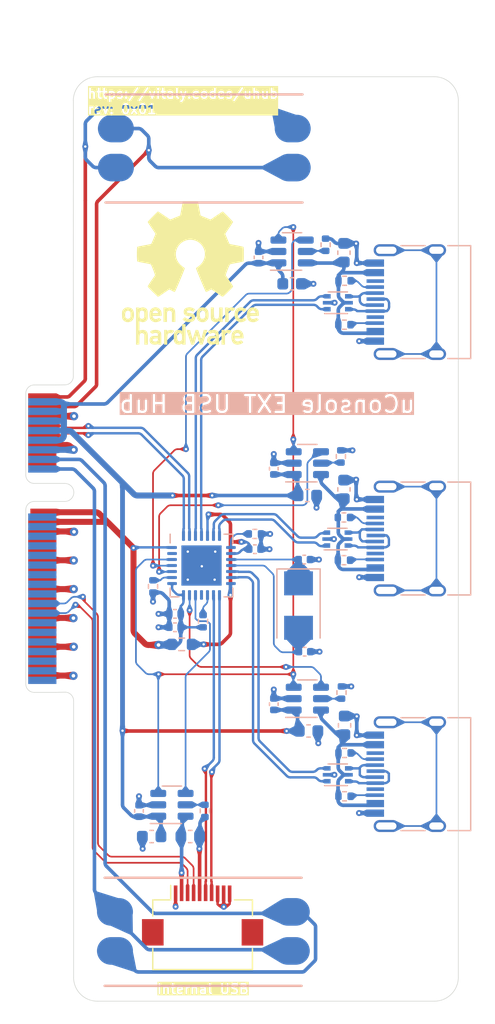
<source format=kicad_pcb>
(kicad_pcb (version 20221018) (generator pcbnew)
  (title_block (title "uhub") (date "2023-10-19") (rev "0x01") (company "vitaly.codes"))
  (layers (0 "F.Cu" mixed) (1 "In1.Cu" power) (2 "In2.Cu" signal) (31 "B.Cu" mixed) (34 "B.Paste" user) (35 "F.Paste" user) (36 "B.SilkS" user "B.Silkscreen") (37 "F.SilkS" user "F.Silkscreen") (38 "B.Mask" user) (39 "F.Mask" user) (44 "Edge.Cuts" user))
  (net 0 "")
  (net 1 "+5V")
  (net 2 "+3.3V")
  (net 3 "/VCC_A")
  (net 4 "Net-(U3-VOUT)")
  (net 5 "GND")
  (net 6 "/SPK_LP")
  (net 7 "/SPK_LN")
  (net 8 "/USB_DP")
  (net 9 "/USB_DN")
  (net 10 "/SPK_RP")
  (net 11 "/SPK_RN")
  (net 12 "/INT_IO2")
  (net 13 "/INT_IO1")
  (net 14 "Net-(U7-ILIM)")
  (net 15 "Net-(J4-CC1)")
  (net 16 "Net-(J4-D+-PadA6)")
  (net 17 "Net-(J4-D--PadA7)")
  (net 19 "/P1_DN")
  (net 20 "/P1_DP")
  (net 21 "Net-(J4-CC2)")
  (net 22 "/VBUS_EN")
  (net 24 "unconnected-(J4-SHIELD-PadS1)")
  (net 25 "Net-(U3-ILIM)")
  (net 29 "/P4_DP")
  (net 30 "/P4_DN")
  (net 31 "/P2_OCP")
  (net 32 "/P2_DP")
  (net 33 "/P2_DN")
  (net 34 "/P3_OCP")
  (net 35 "/P3_DP")
  (net 36 "/P3_DN")
  (net 37 "/P1_OCP")
  (net 39 "/P4_OCP")
  (net 64 "Net-(J6-CC1)")
  (net 65 "Net-(J6-D+-PadA6)")
  (net 66 "Net-(J6-D--PadA7)")
  (net 68 "Net-(J6-CC2)")
  (net 70 "unconnected-(J6-SHIELD-PadS1)")
  (net 71 "/INT_VBUS")
  (net 72 "Net-(U2-XIN)")
  (net 73 "Net-(U2-XOUT)")
  (net 74 "Net-(U4-VOUT)")
  (net 75 "Net-(U7-VOUT)")
  (net 76 "Net-(J3-CC1)")
  (net 77 "Net-(J3-D+-PadA6)")
  (net 78 "Net-(J3-D--PadA7)")
  (net 80 "Net-(J3-CC2)")
  (net 82 "unconnected-(J3-SHIELD-PadS1)")
  (net 83 "Net-(U2-~{RESET})")
  (net 84 "Net-(U1-ILIM)")
  (net 85 "Net-(U2-RREF)")
  (net 86 "Net-(U2-GANG)")
  (net 87 "Net-(U4-ILIM)")
  (footprint "Symbol:OSHW-Logo_11.4x12mm_SilkScreen" (layer "F.Cu") (at 69.6976 72.9996)
    (fp_text reference "REF**" hide)
    (fp_text value "OSHW-Logo_11.4x12mm_SilkScreen" hide)
  )
  (footprint "@uhub:ext" (layer "F.Cu") (at 56.0036 91.285515 -90)
    (fp_text reference "J1" hide)
    (fp_text value "uConsoleEXT")
    (fp_line (start -8.95 -0.7) (end -8.95 -2.5) (stroke (width 0.05)) (layer "Edge.Cuts"))
    (fp_line (start -1.45 0) (end -8.25 0) (stroke (width 0.05)) (layer "Edge.Cuts"))
    (fp_line (start -0.75 -0.7) (end -0.75 -3.25) (stroke (width 0.05)) (layer "Edge.Cuts"))
    (fp_line (start 0.75 -0.7) (end 0.75 -3.25) (stroke (width 0.05)) (layer "Edge.Cuts"))
    (fp_line (start 1.45 0) (end 15.95 0) (stroke (width 0.05)) (layer "Edge.Cuts"))
    (fp_line (start 16.65 -0.7) (end 16.65 -2.5) (stroke (width 0.05)) (layer "Edge.Cuts"))
    (fp_arc (start -8.25 0) (mid -8.744975 -0.205025) (end -8.95 -0.7) (stroke (width 0.05)) (layer "Edge.Cuts"))
    (fp_arc (start -0.75 -3.25) (mid 0 -4) (end 0.75 -3.25) (stroke (width 0.05)) (layer "Edge.Cuts"))
    (fp_arc (start -0.75 -0.7) (mid -0.955025 -0.205025) (end -1.45 0) (stroke (width 0.05)) (layer "Edge.Cuts"))
    (fp_arc (start 1.45 0) (mid 0.955025 -0.205025) (end 0.75 -0.7) (stroke (width 0.05)) (layer "Edge.Cuts"))
    (fp_arc (start 16.65 -0.7) (mid 16.444975 -0.205025) (end 15.95 0) (stroke (width 0.05)) (layer "Edge.Cuts"))
  )
  (footprint "MountingHole:MountingHole_5.3mm_M5" (layer "F.Cu") (at 84.775 127.5786)
    (fp_text reference "H2" hide)
    (fp_text value "MountingHole")
  )
  (footprint "Connector_FFC-FPC:Hirose_FH12-10S-0.5SH_1x10-1MP_P0.50mm_Horizontal" (layer "F.Cu") (at 70.7292 126.5144)
    (fp_text reference "J2" hide)
    (fp_text value "INT")
  )
  (footprint "MountingHole:MountingHole_5.3mm_M5" (layer "F.Cu") (at 84.775 62.5786)
    (fp_text reference "H1" hide)
    (fp_text value "MountingHole")
  )
  (footprint "Capacitor_SMD:C_0603_1608Metric" (layer "B.Cu") (at 82.4992 71.3232 90)
    (fp_text reference "C11" hide)
    (fp_text value "10uF")
  )
  (footprint "Capacitor_SMD:C_0603_1608Metric" (layer "B.Cu") (at 69.6976 119.9388)
    (fp_text reference "C6" hide)
    (fp_text value "10uF")
  )
  (footprint "Capacitor_SMD:C_0603_1608Metric" (layer "B.Cu") (at 66.4842 119.9388)
    (fp_text reference "C4" hide)
    (fp_text value "10uF")
  )
  (footprint "Package_TO_SOT_SMD:SOT-23-6" (layer "B.Cu") (at 79.4512 88.8492)
    (fp_text reference "U4" hide)
    (fp_text value "AP22652")
  )
  (footprint "Resistor_SMD:R_0402_1005Metric" (layer "B.Cu") (at 82.296 107.95 90)
    (fp_text reference "R13" hide)
    (fp_text value "56K")
  )
  (footprint "Resistor_SMD:R_0402_1005Metric" (layer "B.Cu") (at 82.55 112.9792)
    (fp_text reference "R12" hide)
    (fp_text value "56K")
  )
  (footprint "Package_TO_SOT_SMD:SOT-666" (layer "B.Cu") (at 81.985126 114.797176)
    (fp_text reference "U8" hide)
    (fp_text value "USBLC6-2P6")
  )
  (footprint "Resistor_SMD:R_0402_1005Metric" (layer "B.Cu") (at 66.5988 99.1108 90)
    (fp_text reference "R4" hide)
    (fp_text value "100K")
  )
  (footprint "Resistor_SMD:R_0402_1005Metric" (layer "B.Cu") (at 75.0824 94.742 180)
    (fp_text reference "R3" hide)
    (fp_text value "649R")
  )
  (footprint "Capacitor_SMD:C_0402_1005Metric" (layer "B.Cu") (at 79.2252 104.5464)
    (fp_text reference "C8" hide)
    (fp_text value "27pF")
  )
  (footprint "Capacitor_SMD:C_0603_1608Metric" (layer "B.Cu") (at 82.55 110.6802 90)
    (fp_text reference "C17" hide)
    (fp_text value "10uF")
  )
  (footprint "Resistor_SMD:R_0402_1005Metric" (layer "B.Cu") (at 82.2452 88.2904 90)
    (fp_text reference "R10" hide)
    (fp_text value "56K")
  )
  (footprint "Package_TO_SOT_SMD:SOT-666" (layer "B.Cu") (at 81.9912 75.49139)
    (fp_text reference "U5" hide)
    (fp_text value "USBLC6-2P6")
  )
  (footprint "Resistor_SMD:R_0402_1005Metric" (layer "B.Cu") (at 80.9752 70.6628 90)
    (fp_text reference "R9" hide)
    (fp_text value "56K")
  )
  (footprint "Capacitor_SMD:C_0603_1608Metric" (layer "B.Cu") (at 82.4992 91.0336 90)
    (fp_text reference "C14" hide)
    (fp_text value "10uF")
  )
  (footprint "Resistor_SMD:R_0402_1005Metric" (layer "B.Cu") (at 82.4992 96.9264)
    (fp_text reference "R7" hide)
    (fp_text value "56K")
  )
  (footprint "Capacitor_SMD:C_0603_1608Metric" (layer "B.Cu") (at 79.4512 91.5416 180)
    (fp_text reference "C12" hide)
    (fp_text value "10uF")
  )
  (footprint "Capacitor_SMD:C_0402_1005Metric" (layer "B.Cu") (at 68.4276 102.5144 180)
    (fp_text reference "C2" hide)
    (fp_text value "4.7uF")
  )
  (footprint "Capacitor_SMD:C_0603_1608Metric" (layer "B.Cu") (at 78.1812 73.914 180)
    (fp_text reference "C9" hide)
    (fp_text value "10uF")
  )
  (footprint "Connector_USB:USB_C_Receptacle_HRO_TYPE-C-31-M-12" (layer "B.Cu") (at 89.153979 114.743259 -90)
    (fp_text reference "J6" hide)
    (fp_text value "USB_C_Receptacle_USB2.0")
  )
  (footprint "Package_TO_SOT_SMD:SOT-23-6" (layer "B.Cu") (at 68.1736 117.2972)
    (fp_text reference "U1" hide)
    (fp_text value "AP22652")
  )
  (footprint "Capacitor_SMD:C_0402_1005Metric" (layer "B.Cu") (at 65.4304 117.8052 -90)
    (fp_text reference "C5" hide)
    (fp_text value "100nF")
  )
  (footprint "Capacitor_SMD:C_0603_1608Metric" (layer "B.Cu") (at 79.5528 111.1504 180)
    (fp_text reference "C15" hide)
    (fp_text value "10uF")
  )
  (footprint "Capacitor_SMD:C_0402_1005Metric" (layer "B.Cu") (at 76.6572 108.9152 -90)
    (fp_text reference "C16" hide)
    (fp_text value "100nF")
  )
  (footprint "Connector_USB:USB_C_Receptacle_HRO_TYPE-C-31-M-12" (layer "B.Cu") (at 89.154 95.123 -90)
    (fp_text reference "J4" hide)
    (fp_text value "USB_C_Receptacle_USB2.0")
  )
  (footprint "Resistor_SMD:R_0402_1005Metric" (layer "B.Cu") (at 82.537923 77.317013)
    (fp_text reference "R5" hide)
    (fp_text value "56K")
  )
  (footprint "Capacitor_SMD:C_0402_1005Metric" (layer "B.Cu") (at 68.4276 101.3968 180)
    (fp_text reference "C3" hide)
    (fp_text value "100nF")
  )
  (footprint "Capacitor_SMD:C_0402_1005Metric" (layer "B.Cu") (at 79.1972 96.8756)
    (fp_text reference "C7" hide)
    (fp_text value "27pF")
  )
  (footprint "Capacitor_SMD:C_0402_1005Metric" (layer "B.Cu") (at 75.3872 71.7166 -90)
    (fp_text reference "C10" hide)
    (fp_text value "100nF")
  )
  (footprint "Connector_USB:USB_C_Receptacle_HRO_TYPE-C-31-M-12" (layer "B.Cu") (at 89.154 75.438 -90)
    (fp_text reference "J3" hide)
    (fp_text value "USB_C_Receptacle_USB2.0")
  )
  (footprint "Package_TO_SOT_SMD:SOT-23-6" (layer "B.Cu") (at 78.1812 71.2216)
    (fp_text reference "U3" hide)
    (fp_text value "AP22652")
  )
  (footprint "@uhub:speaker" (layer "B.Cu") (at 70.8406 121.4374 180)
    (fp_text reference "J7" hide)
    (fp_text value "uConsoleSpeaker")
  )
  (footprint "Resistor_SMD:R_0603_1608Metric" (layer "B.Cu") (at 68.9864 103.9368 180)
    (fp_text reference "FB1" hide)
    (fp_text value "FerriteBead")
  )
  (footprint "Resistor_SMD:R_0402_1005Metric" (layer "B.Cu") (at 70.9168 117.8052 -90)
    (fp_text reference "R2" hide)
    (fp_text value "56K")
  )
  (footprint "Crystal:Crystal_SMD_5032-2Pin_5.0x3.2mm" (layer "B.Cu") (at 78.7172 100.7068 -90)
    (fp_text reference "Y1" hide)
    (fp_text value "12MHz")
  )
  (footprint "Resistor_SMD:R_0402_1005Metric" (layer "B.Cu") (at 82.55 116.586)
    (fp_text reference "R11" hide)
    (fp_text value "56K")
  )
  (footprint "Resistor_SMD:R_0402_1005Metric" (layer "B.Cu") (at 82.552 73.66)
    (fp_text reference "R6" hide)
    (fp_text value "56K")
  )
  (footprint "Resistor_SMD:R_0402_1005Metric" (layer "B.Cu") (at 82.4972 93.3704)
    (fp_text reference "R8" hide)
    (fp_text value "56K")
  )
  (footprint "@uhub:speaker" (layer "B.Cu") (at 70.9168 56.2102 180)
    (fp_text reference "J5" hide)
    (fp_text value "uConsoleSpeaker")
  )
  (footprint "Capacitor_SMD:C_0402_1005Metric" (layer "B.Cu") (at 75.0824 96.012)
    (fp_text reference "C1" hide)
    (fp_text value "100nF")
  )
  (footprint "Resistor_SMD:R_0402_1005Metric" (layer "B.Cu") (at 70.7644 102.0064 -90)
    (fp_text reference "R1" hide)
    (fp_text value "10K")
  )
  (footprint "Capacitor_SMD:C_0402_1005Metric" (layer "B.Cu") (at 76.6572 89.3064 -90)
    (fp_text reference "C13" hide)
    (fp_text value "100nF")
  )
  (footprint "Package_DFN_QFN:QFN-28-1EP_5x5mm_P0.5mm_EP3.35x3.35mm" (layer "B.Cu") (at 70.636 97.372 -90)
    (fp_text reference "U2" hide)
    (fp_text value "CY7C65642-28LTXC")
  )
  (footprint "Package_TO_SOT_SMD:SOT-666" (layer "B.Cu") (at 81.954 95.1697)
    (fp_text reference "U6" hide)
    (fp_text value "USBLC6-2P6")
  )
  (footprint "Package_TO_SOT_SMD:SOT-23-6" (layer "B.Cu") (at 79.4512 108.458)
    (fp_text reference "U7" hide)
    (fp_text value "AP22652")
  )
  (gr_line (start 58.5036 107.935515) (end 59.295263 107.915192) (stroke (width 0.05)) (layer "Edge.Cuts"))
  (gr_line (start 59.960476 81.629224) (end 59.969308 58.677903) (stroke (width 0.05)) (layer "Edge.Cuts"))
  (gr_arc (start 59.960476 81.629224) (mid 59.757477 82.121846) (end 59.266531 82.328915) (stroke (width 0.05)) (layer "Edge.Cuts"))
  (gr_arc (start 61.959742 133.648461) (mid 60.563478 133.069971) (end 59.985239 131.673603) (stroke (width 0.05)) (layer "Edge.Cuts"))
  (gr_line (start 59.985239 131.673603) (end 59.985239 108.631442) (stroke (width 0.05)) (layer "Edge.Cuts"))
  (gr_arc (start 59.95969 58.677894) (mid 60.551236 57.255593) (end 61.976 56.670001) (stroke (width 0.05)) (layer "Edge.Cuts"))
  (gr_line (start 59.266531 82.328915) (end 58.5036 82.335515) (stroke (width 0.05)) (layer "Edge.Cuts"))
  (gr_line (start 61.976 56.67) (end 90.025415 56.67) (stroke (width 0.05)) (layer "Edge.Cuts"))
  (gr_arc (start 92.025856 131.676807) (mid 91.429996 133.072727) (end 90.025655 133.648461) (stroke (width 0.05)) (layer "Edge.Cuts"))
  (gr_line (start 90.025655 133.648461) (end 61.959742 133.648461) (stroke (width 0.05)) (layer "Edge.Cuts"))
  (gr_arc (start 90.025415 56.67) (mid 91.441157 57.256067) (end 92.0276 58.671652) (stroke (width 0.05)) (layer "Edge.Cuts"))
  (gr_line (start 92.025959 58.671651) (end 92.025857 131.676807) (stroke (width 0.05)) (layer "Edge.Cuts"))
  (gr_arc (start 59.295263 107.915192) (mid 59.782946 108.135857) (end 59.985239 108.631442) (stroke (width 0.05)) (layer "Edge.Cuts"))
  (gr_text "uConsole EXT USB Hub" (at 88.5444 84.7598) (layer "B.SilkS" knockout) (effects (font (size 1.4 1.4) (thickness 0.2) bold) (justify left bottom mirror)))
  (gr_text "\n    https://vitaly.codes/uhub\n    rev: 0x01                                          " (at 58.6232 59.8424) (layer "F.SilkS" knockout) (effects (font (size 0.8 0.8) (thickness 0.15) bold) (justify left bottom)))
  (gr_text "Internal USB" (at 66.843422 133.1032) (layer "F.SilkS" knockout) (effects (font (size 0.8 0.8) (thickness 0.15) bold) (justify left bottom)))
  (segment (start 77.724 111.1504) (end 64.0842 111.1504) (width 0.3) (layer "F.Cu") (net 1))
  (segment (start 64.0842 111.1504) (end 64.0588 111.125) (width 0.3) (layer "F.Cu") (net 1))
  (segment (start 68.2244 91.5416) (end 71.5264 91.5416) (width 0.3) (layer "F.Cu") (net 1))
  (via (at 68.2244 91.5416) (size 0.5) (drill 0.2) (layers "F.Cu" "B.Cu") (net 1))
  (via (at 71.5264 91.5416) (size 0.5) (drill 0.2) (layers "F.Cu" "B.Cu") (net 1))
  (via (at 77.724 111.1504) (size 0.5) (drill 0.2) (layers "F.Cu" "B.Cu") (net 1))
  (via (at 64.0588 111.125) (size 0.5) (drill 0.2) (layers "F.Cu" "B.Cu") (net 1))
  (segment (start 59.182 83.9216) (end 59.182 84.5312) (width 0.5) (layer "B.Cu") (net 1))
  (segment (start 64.0588 111.125) (end 64.0588 117.27563) (width 0.3) (layer "B.Cu") (net 1))
  (segment (start 78.3009 89.7864) (end 78.3137 89.7992) (width 0.3) (layer "B.Cu") (net 1))
  (segment (start 78.515385 109.609685) (end 78.3137 109.408) (width 0.3) (layer "B.Cu") (net 1))
  (segment (start 57.3786 84.535515) (end 59.177685 84.535515) (width 0.5) (layer "B.Cu") (net 1))
  (segment (start 58.75403 86.935515) (end 57.3786 86.935515) (width 0.5) (layer "B.Cu") (net 1))
  (segment (start 59.160715 86.135515) (end 59.182 86.1568) (width 0.5) (layer "B.Cu") (net 1))
  (segment (start 62.51323 83.9216) (end 59.182 83.9216) (width 0.3) (layer "B.Cu") (net 1))
  (segment (start 59.56683 86.1568) (end 59.182 86.1568) (width 0.5) (layer "B.Cu") (net 1))
  (segment (start 71.5264 91.5416) (end 78.6762 91.5416) (width 0.3) (layer "B.Cu") (net 1))
  (segment (start 65.06837 118.2852) (end 65.4304 118.2852) (width 0.3) (layer "B.Cu") (net 1))
  (segment (start 65.4304 118.2852) (end 66.9981 118.2852) (width 0.3) (layer "B.Cu") (net 1))
  (segment (start 59.11893 83.85853) (end 59.182 83.9216) (width 0.5) (layer "B.Cu") (net 1))
  (segment (start 78.6384 110.83703) (end 78.6384 109.90667) (width 0.3) (layer "B.Cu") (net 1))
  (segment (start 78.3009 109.3952) (end 78.3137 109.408) (width 0.3) (layer "B.Cu") (net 1))
  (segment (start 59.182 85.344) (end 59.182 86.1568) (width 0.5) (layer "B.Cu") (net 1))
  (segment (start 74.289185 72.319615) (end 62.810215 83.798585) (width 0.3) (layer "B.Cu") (net 1))
  (segment (start 64.0588 111.125) (end 64.0588 90.4748) (width 0.4) (layer "B.Cu") (net 1))
  (segment (start 67.136185 118.347285) (end 67.0361 118.2472) (width 0.3) (layer "B.Cu") (net 1))
  (segment (start 75.3872 72.1966) (end 74.58617 72.1966) (width 0.3) (layer "B.Cu") (net 1))
  (segment (start 59.173515 85.335515) (end 59.182 85.344) (width 0.5) (layer "B.Cu") (net 1))
  (segment (start 59.058985 86.80453) (end 59.051015 86.8125) (width 0.5) (layer "B.Cu") (net 1))
  (segment (start 78.515385 90.000885) (end 78.3137 89.7992) (width 0.3) (layer "B.Cu") (net 1))
  (segment (start 75.3872 72.1966) (end 77.0187 72.1966) (width 0.3) (layer "B.Cu") (net 1))
  (segment (start 59.182 84.5312) (end 59.182 85.344) (width 0.5) (layer "B.Cu") (net 1))
  (segment (start 78.6384 91.5038) (end 78.6384 90.29787) (width 0.3) (layer "B.Cu") (net 1))
  (segment (start 59.182 86.1568) (end 59.182 86.507545) (width 0.5) (layer "B.Cu") (net 1))
  (segment (start 67.2592 119.9388) (end 67.2592 118.64427) (width 0.3) (layer "B.Cu") (net 1))
  (segment (start 57.3786 85.335515) (end 59.173515 85.335515) (width 0.5) (layer "B.Cu") (net 1))
  (segment (start 59.177685 84.535515) (end 59.182 84.5312) (width 0.5) (layer "B.Cu") (net 1))
  (segment (start 76.6572 109.3952) (end 78.3009 109.3952) (width 0.3) (layer "B.Cu") (net 1))
  (segment (start 64.181815 117.572615) (end 64.771385 118.162185) (width 0.3) (layer "B.Cu") (net 1))
  (segment (start 57.3786 86.135515) (end 59.160715 86.135515) (width 0.5) (layer "B.Cu") (net 1))
  (segment (start 76.6572 89.7864) (end 78.3009 89.7864) (width 0.3) (layer "B.Cu") (net 1))
  (segment (start 78.7778 111.1504) (end 77.724 111.1504) (width 0.3) (layer "B.Cu") (net 1))
  (segment (start 77.0437 72.60253) (end 77.0437 72.1716) (width 0.3) (layer "B.Cu") (net 1))
  (segment (start 59.173515 85.335515) (end 59.173515 86.148315) (width 0.5) (layer "B.Cu") (net 1))
  (segment (start 59.173515 86.148315) (end 59.182 86.1568) (width 0.5) (layer "B.Cu") (net 1))
  (segment (start 78.7778 111.1504) (end 78.761415 111.134015) (width 0.3) (layer "B.Cu") (net 1))
  (segment (start 68.2244 91.5416) (end 65.29957 91.5416) (width 0.5) (layer "B.Cu") (net 1))
  (segment (start 77.0187 72.1966) (end 77.0437 72.1716) (width 0.3) (layer "B.Cu") (net 1))
  (segment (start 65.002585 91.418585) (end 64.0588 90.4748) (width 0.5) (layer "B.Cu") (net 1))
  (segment (start 66.9981 118.2852) (end 67.0361 118.2472) (width 0.3) (layer "B.Cu") (net 1))
  (segment (start 77.283185 73.015985) (end 77.166715 72.899515) (width 0.3) (layer "B.Cu") (net 1))
  (segment (start 64.0588 90.4748) (end 59.863815 86.279815) (width 0.5) (layer "B.Cu") (net 1))
  (segment (start 77.4062 73.914) (end 77.4062 73.31297) (width 0.3) (layer "B.Cu") (net 1))
  (segment (start 57.3786 83.735515) (end 58.821945 83.735515) (width 0.5) (layer "B.Cu") (net 1))
  (segment (start 78.6762 91.5416) (end 78.6384 91.5038) (width 0.3) (layer "B.Cu") (net 1))
  (arc (start 77.283185 73.015985) (mid 77.37423 73.152243) (end 77.4062 73.31297) (width 0.3) (layer "B.Cu") (net 1))
  (arc (start 59.182 86.507545) (mid 59.150029 86.668272) (end 59.058985 86.80453) (width 0.5) (layer "B.Cu") (net 1))
  (arc (start 78.6384 110.83703) (mid 78.670371 110.997757) (end 78.761415 111.134015) (width 0.3) (layer "B.Cu") (net 1))
  (arc (start 78.515385 109.609685) (mid 78.60643 109.745943) (end 78.6384 109.90667) (width 0.3) (layer "B.Cu") (net 1))
  (arc (start 78.515385 90.000885) (mid 78.60643 90.137143) (end 78.6384 90.29787) (width 0.3) (layer "B.Cu") (net 1))
  (arc (start 62.810215 83.798585) (mid 62.673957 83.88963) (end 62.51323 83.9216) (width 0.3) (layer "B.Cu") (net 1))
  (arc (start 58.75403 86.935515) (mid 58.914757 86.903544) (end 59.051015 86.8125) (width 0.5) (layer "B.Cu") (net 1))
  (arc (start 74.58617 72.1966) (mid 74.425443 72.228571) (end 74.289185 72.319615) (width 0.3) (layer "B.Cu") (net 1))
  (arc (start 77.166715 72.899515) (mid 77.07567 72.763257) (end 77.0437 72.60253) (width 0.3) (layer "B.Cu") (net 1))
  (arc (start 59.11893 83.85853) (mid 58.982672 83.767485) (end 58.821945 83.735515) (width 0.5) (layer "B.Cu") (net 1))
  (arc (start 67.136185 118.347285) (mid 67.22723 118.483543) (end 67.2592 118.64427) (width 0.3) (layer "B.Cu") (net 1))
  (arc (start 59.863815 86.279815) (mid 59.727557 86.18877) (end 59.56683 86.1568) (width 0.5) (layer "B.Cu") (net 1))
  (arc (start 65.29957 91.5416) (mid 65.138843 91.509629) (end 65.002585 91.418585) (width 0.5) (layer "B.Cu") (net 1))
  (arc (start 64.181815 117.572615) (mid 64.09077 117.436357) (end 64.0588 117.27563) (width 0.3) (layer "B.Cu") (net 1))
  (arc (start 65.06837 118.2852) (mid 64.907643 118.253229) (end 64.771385 118.162185) (width 0.3) (layer "B.Cu") (net 1))
  (segment (start 65.916985 103.864585) (end 65.096215 103.043815) (width 0.5) (layer "F.Cu") (net 2))
  (segment (start 64.9732 95.9104) (end 62.12133 93.05853) (width 0.5) (layer "F.Cu") (net 2))
  (segment (start 61.824345 92.935515) (end 57.3786 92.935515) (width 0.5) (layer "F.Cu") (net 2))
  (segment (start 64.9732 95.9104) (end 62.92133 93.85853) (width 0.5) (layer "F.Cu") (net 2))
  (segment (start 67.056 103.9876) (end 66.21397 103.9876) (width 0.5) (layer "F.Cu") (net 2))
  (segment (start 64.9732 102.74683) (end 64.9732 95.9104) (width 0.5) (layer "F.Cu") (net 2))
  (segment (start 62.624345 93.735515) (end 57.3786 93.735515) (width 0.5) (layer "F.Cu") (net 2))
  (via (at 67.056 103.9876) (size 0.7) (drill 0.3) (layers "F.Cu" "B.Cu") (net 2))
  (via (at 64.9732 95.9104) (size 0.5) (drill 0.2) (layers "F.Cu" "B.Cu") (net 2))
  (arc (start 65.916985 103.864585) (mid 66.053243 103.95563) (end 66.21397 103.9876) (width 0.5) (layer "F.Cu") (net 2))
  (arc (start 62.12133 93.05853) (mid 61.985072 92.967485) (end 61.824345 92.935515) (width 0.5) (layer "F.Cu") (net 2))
  (arc (start 65.096215 103.043815) (mid 65.00517 102.907557) (end 64.9732 102.74683) (width 0.5) (layer "F.Cu") (net 2))
  (arc (start 62.624345 93.735515) (mid 62.785072 93.767486) (end 62.92133 93.85853) (width 0.5) (layer "F.Cu") (net 2))
  (segment (start 64.9732 95.9104) (end 65.024 95.8596) (width 0.2) (layer "B.Cu") (net 2))
  (segment (start 68.80477 99.822) (end 69.136 99.822) (width 0.2) (layer "B.Cu") (net 2))
  (segment (start 68.1614 103.9368) (end 68.6816 103.9368) (width 0.3) (layer "B.Cu") (net 2))
  (segment (start 70.7644 102.5164) (end 70.7624 102.5144) (width 0.2) (layer "B.Cu") (net 2))
  (segment (start 68.9076 102.5144) (end 68.9076 101.3968) (width 0.3) (layer "B.Cu") (net 2))
  (segment (start 68.6816 103.9368) (end 68.784585 103.833815) (width 0.3) (layer "B.Cu") (net 2))
  (segment (start 67.056 103.9876) (end 68.1106 103.9876) (width 0.5) (layer "B.Cu") (net 2))
  (segment (start 68.186 98.872) (end 68.186 99.20323) (width 0.2) (layer "B.Cu") (net 2))
  (segment (start 69.015785 100.649215) (end 68.9076 100.7574) (width 0.2) (layer "B.Cu") (net 2))
  (segment (start 68.1106 103.9876) (end 68.1614 103.9368) (width 0.5) (layer "B.Cu") (net 2))
  (segment (start 69.1388 99.8248) (end 69.1388 100.35223) (width 0.2) (layer "B.Cu") (net 2))
  (segment (start 68.309015 99.500215) (end 68.507785 99.698985) (width 0.2) (layer "B.Cu") (net 2))
  (segment (start 68.1736 95.8596) (end 68.186 95.872) (width 0.2) (layer "B.Cu") (net 2))
  (segment (start 65.024 95.8596) (end 68.1736 95.8596) (width 0.2) (layer "B.Cu") (net 2))
  (segment (start 68.9076 103.53683) (end 68.9076 102.5144) (width 0.3) (layer "B.Cu") (net 2))
  (segment (start 70.7624 102.5144) (end 68.9076 102.5144) (width 0.2) (layer "B.Cu") (net 2))
  (segment (start 69.136 99.822) (end 69.1388 99.8248) (width 0.2) (layer "B.Cu") (net 2))
  (segment (start 68.9076 100.7574) (end 68.9076 101.3968) (width 0.2) (layer "B.Cu") (net 2))
  (arc (start 68.9076 103.53683) (mid 68.875629 103.697557) (end 68.784585 103.833815) (width 0.3) (layer "B.Cu") (net 2))
  (arc (start 69.015785 100.649215) (mid 69.10683 100.512957) (end 69.1388 100.35223) (width 0.2) (layer "B.Cu") (net 2))
  (arc (start 68.80477 99.822) (mid 68.644043 99.790029) (end 68.507785 99.698985) (width 0.2) (layer "B.Cu") (net 2))
  (arc (start 68.186 99.20323) (mid 68.217971 99.363957) (end 68.309015 99.500215) (width 0.2) (layer "B.Cu") (net 2))
  (segment (start 73.0504 95.4024) (end 73.0504 94.00157) (width 0.3) (layer "F.Cu") (net 3))
  (segment (start 72.927385 93.704585) (end 72.462215 93.239415) (width 0.3) (layer "F.Cu") (net 3))
  (segment (start 70.8152 103.9368) (end 72.06363 103.9368) (width 0.3) (layer "F.Cu") (net 3))
  (segment (start 73.9648 95.4024) (end 73.0504 95.4024) (width 0.3) (layer "F.Cu") (net 3))
  (segment (start 72.16523 93.1164) (end 71.2216 93.1164) (width 0.3) (layer "F.Cu") (net 3))
  (segment (start 73.0504 99.822) (end 73.0504 95.4024) (width 0.3) (layer "F.Cu") (net 3))
  (segment (start 73.0504 102.95003) (end 73.0504 99.822) (width 0.3) (layer "F.Cu") (net 3))
  (segment (start 72.360615 103.813785) (end 72.927385 103.247015) (width 0.3) (layer "F.Cu") (net 3))
  (via (at 73.0504 99.822) (size 0.5) (drill 0.2) (layers "F.Cu" "B.Cu") (net 3))
  (via (at 70.8152 103.9368) (size 0.5) (drill 0.2) (layers "F.Cu" "B.Cu") (net 3))
  (via (at 71.2216 93.1164) (size 0.5) (drill 0.2) (layers "F.Cu" "B.Cu") (net 3))
  (via (at 73.9648 95.4024) (size 0.5) (drill 0.2) (layers "F.Cu" "B.Cu") (net 3))
  (arc (start 73.0504 94.00157) (mid 73.018429 93.840843) (end 72.927385 93.704585) (width 0.3) (layer "F.Cu") (net 3))
  (arc (start 72.16523 93.1164) (mid 72.325957 93.148371) (end 72.462215 93.239415) (width 0.3) (layer "F.Cu") (net 3))
  (arc (start 73.0504 102.95003) (mid 73.018429 103.110757) (end 72.927385 103.247015) (width 0.3) (layer "F.Cu") (net 3))
  (arc (start 72.360615 103.813785) (mid 72.224357 103.90483) (end 72.06363 103.9368) (width 0.3) (layer "F.Cu") (net 3))
  (segment (start 73.0504 98.9076) (end 73.086 98.872) (width 0.2) (layer "B.Cu") (net 3))
  (segment (start 74.6024 96.012) (end 74.6024 95.5828) (width 0.2) (layer "B.Cu") (net 3))
  (segment (start 74.24037 96.012) (end 74.6024 96.012) (width 0.2) (layer "B.Cu") (net 3))
  (segment (start 74.6024 95.5828) (end 74.545015 95.525415) (width 0.2) (layer "B.Cu") (net 3))
  (segment (start 73.829415 96.248985) (end 73.943385 96.135015) (width 0.2) (layer "B.Cu") (net 3))
  (segment (start 73.086 96.372) (end 73.53243 96.372) (width 0.2) (layer "B.Cu") (net 3))
  (segment (start 71.136 94.922) (end 71.136 93.202) (width 0.2) (layer "B.Cu") (net 3))
  (segment (start 69.8114 103.9368) (end 70.8152 103.9368) (width 0.3) (layer "B.Cu") (net 3))
  (segment (start 71.136 93.202) (end 71.2216 93.1164) (width 0.2) (layer "B.Cu") (net 3))
  (segment (start 73.0504 99.822) (end 73.0504 98.9076) (width 0.3) (layer "B.Cu") (net 3))
  (segment (start 74.24803 95.4024) (end 73.9648 95.4024) (width 0.2) (layer "B.Cu") (net 3))
  (arc (start 74.24803 95.4024) (mid 74.408757 95.434371) (end 74.545015 95.525415) (width 0.2) (layer "B.Cu") (net 3))
  (arc (start 74.24037 96.012) (mid 74.079643 96.043971) (end 73.943385 96.135015) (width 0.2) (layer "B.Cu") (net 3))
  (arc (start 73.53243 96.372) (mid 73.693157 96.340029) (end 73.829415 96.248985) (width 0.2) (layer "B.Cu") (net 3))
  (segment (start 82.4106 72.1868) (end 79.3339 72.1868) (width 0.3) (layer "B.Cu") (net 4))
  (segment (start 82.027923 77.317013) (end 82.027923 77.586753) (width 0.3) (layer "B.Cu") (net 4))
  (segment (start 82.4992 72.0982) (end 82.4106 72.1868) (width 0.3) (layer "B.Cu") (net 4))
  (segment (start 85.091215 77.905785) (end 85.109 77.888) (width 0.3) (layer "B.Cu") (net 4))
  (segment (start 82.9162 75.49139) (end 82.67058 75.49139) (width 0.3) (layer "B.Cu") (net 4))
  (segment (start 82.43077 72.988) (end 85.109 72.988) (width 0.3) (layer "B.Cu") (net 4))
  (segment (start 82.46997 78.0288) (end 84.79423 78.0288) (width 0.3) (layer "B.Cu") (net 4))
  (segment (start 82.4992 72.57163) (end 82.4992 72.0982) (width 0.3) (layer "B.Cu") (net 4))
  (segment (start 82.9162 75.49139) (end 82.67576 75.49139) (width 0.3) (layer "B.Cu") (net 4))
  (segment (start 82.042 73.2028) (end 82.376185 72.868615) (width 0.3) (layer "B.Cu") (net 4))
  (segment (start 79.3339 72.1868) (end 79.3187 72.1716) (width 0.3) (layer "B.Cu") (net 4))
  (segment (start 82.027923 76.134047) (end 82.027923 77.317013) (width 0.3) (layer "B.Cu") (net 4))
  (segment (start 82.150938 77.883738) (end 82.172985 77.905785) (width 0.3) (layer "B.Cu") (net 4))
  (segment (start 82.373595 75.614405) (end 82.150938 75.837062) (width 0.3) (layer "B.Cu") (net 4))
  (segment (start 82.042 74.85763) (end 82.042 73.66) (width 0.3) (layer "B.Cu") (net 4))
  (segment (start 82.042 73.66) (end 82.042 73.2028) (width 0.3) (layer "B.Cu") (net 4))
  (segment (start 82.378775 75.368375) (end 82.165015 75.154615) (width 0.3) (layer "B.Cu") (net 4))
  (segment (start 82.042 73.2028) (end 82.133785 73.111015) (width 0.3) (layer "B.Cu") (net 4))
  (arc (start 82.67058 75.49139) (mid 82.509853 75.523361) (end 82.373595 75.614405) (width 0.3) (layer "B.Cu") (net 4))
  (arc (start 82.378775 75.368375) (mid 82.515033 75.45942) (end 82.67576 75.49139) (width 0.3) (layer "B.Cu") (net 4))
  (arc (start 82.172985 77.905785) (mid 82.309243 77.99683) (end 82.46997 78.0288) (width 0.3) (layer "B.Cu") (net 4))
  (arc (start 85.091215 77.905785) (mid 84.954957 77.99683) (end 84.79423 78.0288) (width 0.3) (layer "B.Cu") (net 4))
  (arc (start 82.165015 75.154615) (mid 82.07397 75.018357) (end 82.042 74.85763) (width 0.3) (layer "B.Cu") (net 4))
  (arc (start 82.150938 77.883738) (mid 82.059893 77.74748) (end 82.027923 77.586753) (width 0.3) (layer "B.Cu") (net 4))
  (arc (start 82.4992 72.57163) (mid 82.467229 72.732357) (end 82.376185 72.868615) (width 0.3) (layer "B.Cu") (net 4))
  (arc (start 82.027923 76.134047) (mid 82.059894 75.97332) (end 82.150938 75.837062) (width 0.3) (layer "B.Cu") (net 4))
  (arc (start 82.133785 73.111015) (mid 82.270043 73.01997) (end 82.43077 72.988) (width 0.3) (layer "B.Cu") (net 4))
  (segment (start 59.978515 96.935515) (end 57.3786 96.935515) (width 0.5) (layer "F.Cu") (net 5))
  (segment (start 59.951915 106.535515) (end 57.3786 106.535515) (width 0.5) (layer "F.Cu") (net 5))
  (segment (start 60.0202 84.935515) (end 57.3786 84.935515) (width 0.5) (layer "F.Cu") (net 5))
  (segment (start 59.952515 101.735515) (end 57.3786 101.735515) (width 0.5) (layer "F.Cu") (net 5))
  (segment (start 72.4916 125.7901) (end 72.37007 125.7901) (width 0.2) (layer "F.Cu") (net 5))
  (segment (start 59.9948 104.14) (end 59.3598 104.14) (width 0.5) (layer "F.Cu") (net 5))
  (segment (start 59.9948 99.336471) (end 59.356871 99.336471) (width 0.5) (layer "F.Cu") (net 5))
  (segment (start 72.56233 125.7901) (end 72.4916 125.7901) (width 0.2) (layer "F.Cu") (net 5))
  (segment (start 59.990307 87.733922) (end 59.714915 87.45853) (width 0.5) (layer "F.Cu") (net 5))
  (segment (start 59.355915 99.335515) (end 57.3786 99.335515) (width 0.5) (layer "F.Cu") (net 5))
  (segment (start 72.4916 125.7901) (end 72.4792 125.7777) (width 0.2) (layer "F.Cu") (net 5))
  (segment (start 59.9694 101.7524) (end 59.952515 101.735515) (width 0.5) (layer "F.Cu") (net 5))
  (segment (start 59.9694 106.553) (end 59.951915 106.535515) (width 0.5) (layer "F.Cu") (net 5))
  (segment (start 70.4596 120.9548) (end 70.4792 120.9744) (width 0.3) (layer "F.Cu") (net 5))
  (segment (start 72.9792 124.6644) (end 72.9792 125.5472) (width 0.2) (layer "F.Cu") (net 5))
  (segment (start 72.9792 125.5472) (end 72.859315 125.667085) (width 0.2) (layer "F.Cu") (net 5))
  (segment (start 72.4792 125.7777) (end 72.4792 124.6644) (width 0.2) (layer "F.Cu") (net 5))
  (segment (start 68.4792 125.78) (end 68.4784 125.7808) (width 0.2) (layer "F.Cu") (net 5))
  (segment (start 59.355315 104.135515) (end 57.3786 104.135515) (width 0.5) (layer "F.Cu") (net 5))
  (segment (start 59.356871 99.336471) (end 59.355915 99.335515) (width 0.5) (layer "F.Cu") (net 5))
  (segment (start 60.0202 94.5642) (end 59.991515 94.535515) (width 0.5) (layer "F.Cu") (net 5))
  (segment (start 68.4792 124.6644) (end 68.4792 125.78) (width 0.2) (layer "F.Cu") (net 5))
  (segment (start 71.9792 125.5732) (end 71.9792 124.6644) (width 0.2) (layer "F.Cu") (net 5))
  (segment (start 59.991515 94.535515) (end 57.3786 94.535515) (width 0.5) (layer "F.Cu") (net 5))
  (segment (start 59.9948 96.9518) (end 59.978515 96.935515) (width 0.5) (layer "F.Cu") (net 5))
  (segment (start 70.4792 120.9744) (end 70.4792 124.6644) (width 0.3) (layer "F.Cu") (net 5))
  (segment (start 59.3598 104.14) (end 59.355315 104.135515) (width 0.5) (layer "F.Cu") (net 5))
  (segment (start 59.41793 87.335515) (end 57.3786 87.335515) (width 0.5) (layer "F.Cu") (net 5))
  (segment (start 72.073085 125.667085) (end 71.9792 125.5732) (width 0.2) (layer "F.Cu") (net 5))
  (via (at 65.7352 120.9548) (size 0.5) (drill 0.2) (layers "F.Cu" "B.Cu") (net 5))
  (via (at 80.3656 112.1664) (size 0.5) (drill 0.2) (layers "F.Cu" "B.Cu") (net 5))
  (via (at 83.5152 70.5612) (size 0.5) (drill 0.2) (layers "F.Cu" "B.Cu") (net 5))
  (via (at 83.566 111.506) (size 0.5) (drill 0.2) (layers "F.Cu" "B.Cu") (net 5))
  (via (at 76.6572 107.696) (size 0.5) (drill 0.2) (layers "F.Cu" "B.Cu") (net 5))
  (via (at 80.2132 92.5576) (size 0.5) (drill 0.2) (layers "F.Cu" "B.Cu") (net 5))
  (via (at 69.4944 98.552) (size 0.5) (drill 0.2) (layers "F.Cu" "B.Cu") (net 5))
  (via (at 83.566 72.1868) (size 0.5) (drill 0.2) (layers "F.Cu" "B.Cu") (net 5))
  (via (at 59.9694 101.7524) (size 0.7) (drill 0.3) (layers "F.Cu" "B.Cu") (net 5))
  (via (at 75.3872 70.5104) (size 0.5) (drill 0.2) (layers "F.Cu" "B.Cu") (net 5))
  (via (at 67.056 101.3968) (size 0.5) (drill 0.2) (layers "F.Cu" "B.Cu") (net 5))
  (via (at 76.6572 88.0872) (size 0.5) (drill 0.2) (layers "F.Cu" "B.Cu") (net 5))
  (via (at 81.6651 95.1697) (size 0.5) (drill 0.2) (layers "F.Cu" "B.Cu") (net 5))
  (via (at 81.722088 75.4888) (size 0.5) (drill 0.2) (layers "F.Cu" "B.Cu") (net 5))
  (via (at 76.3524 94.742) (size 0.5) (drill 0.2) (layers "F.Cu" "B.Cu") (net 5))
  (via (at 71.7804 96.2152) (size 0.5) (drill 0.2) (layers "F.Cu" "B.Cu") (net 5))
  (via (at 83.768 78.688) (size 0.5) (drill 0.2) (layers "F.Cu" "B.Cu") (net 5))
  (via (at 83.2104 87.7824) (size 0.5) (drill 0.2) (layers "F.Cu" "B.Cu") (net 5))
  (via (at 59.9948 96.9518) (size 0.7) (drill 0.3) (layers "F.Cu" "B.Cu") (net 5))
  (via (at 70.4596 120.9548) (size 0.5) (drill 0.2) (layers "F.Cu" "B.Cu") (net 5))
  (via (at 72.4916 125.7901) (size 0.5) (drill 0.2) (layers "F.Cu" "B.Cu") (net 5))
  (via (at 66.5988 100.3808) (size 0.5) (drill 0.2) (layers "F.Cu" "B.Cu") (net 5))
  (via (at 59.9948 104.14) (size 0.7) (drill 0.3) (layers "F.Cu" "B.Cu") (net 5))
  (via (at 83.768 98.3476) (size 0.5) (drill 0.2) (layers "F.Cu" "B.Cu") (net 5))
  (via (at 67.056 102.5144) (size 0.5) (drill 0.2) (layers "F.Cu" "B.Cu") (net 5))
  (via (at 83.566 91.866505) (size 0.5) (drill 0.2) (layers "F.Cu" "B.Cu") (net 5))
  (via (at 80.4164 96.8756) (size 0.5) (drill 0.2) (layers "F.Cu" "B.Cu") (net 5))
  (via (at 70.6628 97.4344) (size 0.5) (drill 0.2) (layers "F.Cu" "B.Cu") (net 5))
  (via (at 59.9948 99.336471) (size 0.7) (drill 0.3) (layers "F.Cu" "B.Cu") (net 5))
  (via (at 83.1088 107.442) (size 0.5) (drill 0.2) (layers "F.Cu" "B.Cu") (net 5))
  (via (at 71.7296 98.552) (size 0.5) (drill 0.2) (layers "F.Cu" "B.Cu") (net 5))
  (via (at 76.3016 96.012) (size 0.5) (drill 0.2) (layers "F.Cu" "B.Cu") (net 5))
  (via (at 60.0202 94.5642) (size 0.7) (drill 0.3) (layers "F.Cu" "B.Cu") (net 5))
  (via (at 83.755888 117.982192) (size 0.5) (drill 0.2) (layers "F.Cu" "B.Cu") (net 5))
  (via (at 80.4672 104.5464) (size 0.5) (drill 0.2) (layers "F.Cu" "B.Cu") (net 5))
  (via (at 59.990307 87.733922) (size 0.7) (drill 0.3) (layers "F.Cu" "B.Cu") (net 5))
  (via (at 60.0202 84.935515) (size 0.7) (drill 0.3) (layers "F.Cu" "B.Cu") (net 5))
  (via (at 81.703088 114.7964) (size 0.5) (drill 0.2) (layers "F.Cu" "B.Cu") (net 5))
  (via (at 65.4304 116.586) (size 0.5) (drill 0.2) (layers "F.Cu" "B.Cu") (net 5))
  (via (at 79.9592 73.914) (size 0.5) (drill 0.2) (layers "F.Cu" "B.Cu") (net 5))
  (via (at 83.5152 90.2208) (size 0.5) (drill 0.2) (layers "F.Cu" "B.Cu") (net 5))
  (via (at 59.9694 106.553) (size 0.7) (drill 0.3) (layers "F.Cu" "B.Cu") (net 5))
  (via (at 83.566 109.9312) (size 0.5) (drill 0.2) (layers "F.Cu" "B.Cu") (net 5))
  (via (at 68.4784 125.7808) (size 0.5) (drill 0.2) (layers "F.Cu" "B.Cu") (net 5))
  (via (at 69.4944 96.2152) (size 0.5) (drill 0.2) (layers "F.Cu" "B.Cu") (net 5))
  (arc (start 72.37007 125.7901) (mid 72.209343 125.758129) (end 72.073085 125.667085) (width 0.2) (layer "F.Cu") (net 5))
  (arc (start 72.56233 125.7901) (mid 72.723057 125.758129) (end 72.859315 125.667085) (width 0.2) (layer "F.Cu") (net 5))
  (arc (start 59.714915 87.45853) (mid 59.578657 87.367485) (end 59.41793 87.335515) (width 0.5) (layer "F.Cu") (net 5))
  (segment (start 78.9562 73.914) (end 79.9592 73.914) (width 0.3) (layer "B.Cu") (net 5))
  (segment (start 70.9168 118.3152) (end 70.633415 118.598585) (width 0.3) (layer "B.Cu") (net 5))
  (segment (start 75.3872 71.2366) (end 75.3872 70.5104) (width 0.3) (layer "B.Cu") (net 5))
  (segment (start 76.6572 108.4352) (end 78.2909 108.4352) (width 0.3) (layer "B.Cu") (net 5))
  (segment (start 65.4304 117.3252) (end 65.4304 116.586) (width 0.3) (layer "B.Cu") (net 5))
  (segment (start 67.435015 99.743815) (end 67.824585 100.133385) (width 0.3) (layer "B.Cu") (net 5))
  (segment (start 75.5624 96.012) (end 76.3016 96.012) (width 0.3) (layer "B.Cu") (net 5))
  (segment (start 81.0662 75.49139) (end 81.719498 75.49139) (width 0.2) (layer "B.Cu") (net 5))
  (segment (start 85.101064 91.866505) (end 83.566 91.866505) (width 0.3) (layer "B.Cu") (net 5))
  (segment (start 83.5672 72.188) (end 83.566 72.1868) (width 0.3) (layer "B.Cu") (net 5))
  (segment (start 80.9752 70.1528) (end 81.25643 70.1528) (width 0.3) (layer "B.Cu") (net 5))
  (segment (start 70.5104 118.89557) (end 70.5104 119.901) (width 0.3) (layer "B.Cu") (net 5))
  (segment (start 78.2909 108.4352) (end 78.3137 108.458) (width 0.3) (layer "B.Cu") (net 5))
  (segment (start 65.7092 119.9388) (end 65.7092 120.9288) (width 0.3) (layer "B.Cu") (net 5))
  (segment (start 67.9476 102.5144) (end 67.056 102.5144) (width 0.3) (layer "B.Cu") (net 5))
  (segment (start 81.6651 95.1697) (end 81.029 95.1697) (width 0.2) (layer "B.Cu") (net 5))
  (segment (start 85.109 72.188) (end 83.5672 72.188) (width 0.3) (layer "B.Cu") (net 5))
  (segment (start 75.5924 95.982) (end 75.5624 96.012) (width 0.3) (layer "B.Cu") (net 5))
  (segment (start 82.55 109.9052) (end 83.54 109.9052) (width 0.3) (layer "B.Cu") (net 5))
  (segment (start 66.5988 99.6208) (end 66.5988 100.3808) (width 0.3) (layer "B.Cu") (net 5))
  (segment (start 67.9476 101.3968) (end 67.056 101.3968) (width 0.3) (layer "B.Cu") (net 5))
  (segment (start 77.0437 71.2216) (end 75.4022 71.2216) (width 0.3) (layer "B.Cu") (net 5))
  (segment (start 83.566 111.506) (end 83.566 109.9312) (width 0.3) (layer "B.Cu") (net 5))
  (segment (start 83.1068 107.44) (end 83.1088 107.442) (width 0.3) (layer "B.Cu") (net 5))
  (segment (start 65.4304 117.3252) (end 67.0081 117.3252) (width 0.3) (layer "B.Cu") (net 5))
  (segment (start 79.6772 96.8756) (end 80.4164 96.8756) (width 0.3) (layer "B.Cu") (net 5))
  (segment (start 80.2262 92.5446) (end 80.2132 92.5576) (width 0.3) (layer "B.Cu") (net 5))
  (segment (start 85.1078 78.6892) (end 83.7692 78.6892) (width 0.3) (layer "B.Cu") (net 5))
  (segment (start 67.9476 102.5144) (end 67.9476 101.3968) (width 0.3) (layer "B.Cu") (net 5))
  (segment (start 85.1078 98.3488) (end 83.7692 98.3488) (width 0.3) (layer "B.Cu") (net 5))
  (segment (start 83.2084 87.7804) (end 83.2104 87.7824) (width 0.3) (layer "B.Cu") (net 5))
  (segment (start 67.0081 117.3252) (end 67.0361 117.2972) (width 0.3) (layer "B.Cu") (net 5))
  (segment (start 75.5924 94.742) (end 75.5924 95.982) (width 0.3) (layer "B.Cu") (net 5))
  (segment (start 82.4992 70.5482) (end 83.5022 70.5482) (width 0.3) (layer "B.Cu") (net 5))
  (segment (start 83.5152 91.815705) (end 83.5152 90.2208) (width 0.3) (layer "B.Cu") (net 5))
  (segment (start 76.6572 88.8264) (end 76.6572 88.0872) (width 0.3) (layer "B.Cu") (net 5))
  (segment (start 85.1078 111.506) (end 83.566 111.506) (width 0.3) (layer "B.Cu") (net 5))
  (segment (start 80.3278 111.1504) (end 80.3278 112.1286) (width 0.3) (layer "B.Cu") (net 5))
  (segment (start 81.060126 114.797176) (end 81.702312 114.797176) (width 0.2) (layer "B.Cu") (net 5))
  (segment (start 80.3278 112.1286) (end 80.3656 112.1664) (width 0.3) (layer "B.Cu") (net 5))
  (segment (start 83.4774 90.2586) (end 83.5152 90.2208) (width 0.3) (layer "B.Cu") (net 5))
  (segment (start 70.4726 120.9418) (end 70.4726 119.9388) (width 0.3) (layer "B.Cu") (net 5))
  (segment (start 83.5022 70.5482) (end 83.5152 70.5612) (width 0.3) (layer "B.Cu") (net 5))
  (segment (start 76.6572 88.8264) (end 78.2909 88.8264) (width 0.3) (layer "B.Cu") (net 5))
  (segment (start 83.566 70.612) (end 83.566 72.1868) (width 0.3) (layer "B.Cu") (net 5))
  (segment (start 82.01277 70.5612) (end 82.4862 70.5612) (width 0.3) (layer "B.Cu") (net 5))
  (segment (start 75.5924 94.742) (end 76.3524 94.742) (width 0.3) (layer "B.Cu") (net 5))
  (segment (start 67.9476 100.43037) (end 67.9476 101.3968) (width 0.3) (layer "B.Cu") (net 5))
  (segment (start 70.5104 119.901) (end 70.4726 119.9388) (width 0.3) (layer "B.Cu") (net 5))
  (segment (start 76.6572 108.4352) (end 76.6572 107.696) (width 0.3) (layer "B.Cu") (net 5))
  (segment (start 66.5988 99.6208) (end 67.13803 99.6208) (width 0.3) (layer "B.Cu") (net 5))
  (segment (start 81.702312 114.797176) (end 81.703088 114.7964) (width 0.2) (layer "B.Cu") (net 5))
  (segment (start 83.54 109.9052) (end 83.566 109.9312) (width 0.3) (layer "B.Cu") (net 5))
  (segment (start 82.4992 90.2586) (end 83.4774 90.2586) (width 0.3) (layer "B.Cu") (net 5))
  (segment (start 82.296 107.44) (end 83.1068 107.44) (width 0.3) (layer "B.Cu") (net 5))
  (segment (start 83.5152 70.5612) (end 83.566 70.612) (width 0.3) (layer "B.Cu") (net 5))
  (segment (start 78.2909 88.8264) (end 78.3137 88.8492) (width 0.3) (layer "B.Cu") (net 5))
  (segment (start 81.553415 70.275815) (end 81.715785 70.438185) (width 0.3) (layer "B.Cu") (net 5))
  (segment (start 79.7052 104.5464) (end 80.4672 104.5464) (width 0.3) (layer "B.Cu") (net 5))
  (segment (start 81.719498 75.49139) (end 81.722088 75.4888) (width 0.2) (layer "B.Cu") (net 5))
  (segment (start 75.4022 71.2216) (end 75.3872 71.2366) (width 0.3) (layer "B.Cu") (net 5))
  (segment (start 65.7092 120.9288) (end 65.7352 120.9548) (width 0.3) (layer "B.Cu") (net 5))
  (segment (start 82.2452 87.7804) (end 83.2084 87.7804) (width 0.3) (layer "B.Cu") (net 5))
  (segment (start 82.4862 70.5612) (end 82.4992 70.5482) (width 0.3) (layer "B.Cu") (net 5))
  (segment (start 80.2262 91.5416) (end 80.2262 92.5446) (width 0.3) (layer "B.Cu") (net 5))
  (segment (start 59.988714 87.735515) (end 57.3786 87.735515) (width 0.5) (layer "B.Cu") (net 5))
  (segment (start 85.095688 117.983392) (end 83.757088 117.983392) (width 0.3) (layer "B.Cu") (net 5))
  (segment (start 83.566 91.866505) (end 83.5152 91.815705) (width 0.3) (layer "B.Cu") (net 5))
  (segment (start 70.4596 120.9548) (end 70.4726 120.9418) (width 0.3) (layer "B.Cu") (net 5))
  (segment (start 59.990307 87.733922) (end 59.988714 87.735515) (width 0.5) (layer "B.Cu") (net 5))
  (arc (start 67.9476 100.43037) (mid 67.915629 100.269643) (end 67.824585 100.133385) (width 0.3) (layer "B.Cu") (net 5))
  (arc (start 70.633415 118.598585) (mid 70.54237 118.734843) (end 70.5104 118.89557) (width 0.3) (layer "B.Cu") (net 5))
  (arc (start 81.553415 70.275815) (mid 81.417157 70.18477) (end 81.25643 70.1528) (width 0.3) (layer "B.Cu") (net 5))
  (arc (start 67.435015 99.743815) (mid 67.298757 99.65277) (end 67.13803 99.6208) (width 0.3) (layer "B.Cu") (net 5))
  (arc (start 81.715785 70.438185) (mid 81.852043 70.52923) (end 82.01277 70.5612) (width 0.3) (layer "B.Cu") (net 5))
  (segment (start 60.96 66.97597) (end 60.96 81.816136) (width 0.3) (layer "F.Cu") (net 6))
  (segment (start 60.872132 82.028268) (end 59.652753 83.247647) (width 0.3) (layer "F.Cu") (net 6))
  (segment (start 60.96 62.484) (end 60.96 66.97597) (width 0.3) (layer "F.Cu") (net 6))
  (segment (start 59.440621 83.335515) (end 57.3786 83.335515) (width 0.3) (layer "F.Cu") (net 6))
  (via (at 60.96 62.484) (size 0.5) (drill 0.2) (layers "F.Cu" "B.Cu") (net 6))
  (arc (start 60.96 81.816136) (mid 60.937176 81.930943) (end 60.872132 82.028268) (width 0.3) (layer "F.Cu") (net 6))
  (arc (start 59.652753 83.247647) (mid 59.555426 83.312679) (end 59.440621 83.335515) (width 0.3) (layer "F.Cu") (net 6))
  (segment (start 61.87057 64.2366) (end 63.506644 64.2366) (width 0.3) (layer "B.Cu") (net 6))
  (segment (start 60.96 62.484) (end 60.96 60.62597) (width 0.3) (layer "B.Cu") (net 6))
  (segment (start 62.40397 59.182) (end 76.25463 59.182) (width 0.3) (layer "B.Cu") (net 6))
  (segment (start 76.551615 59.305015) (end 78.232 60.9854) (width 0.3) (layer "B.Cu") (net 6))
  (segment (start 60.96 62.484) (end 60.96 63.32603) (width 0.3) (layer "B.Cu") (net 6))
  (segment (start 61.083015 63.623015) (end 61.573585 64.113585) (width 0.3) (layer "B.Cu") (net 6))
  (segment (start 61.083015 60.328985) (end 62.106985 59.305015) (width 0.3) (layer "B.Cu") (net 6))
  (arc (start 76.551615 59.305015) (mid 76.415357 59.21397) (end 76.25463 59.182) (width 0.3) (layer "B.Cu") (net 6))
  (arc (start 61.083015 60.328985) (mid 60.99197 60.465243) (end 60.96 60.62597) (width 0.3) (layer "B.Cu") (net 6))
  (arc (start 61.083015 63.623015) (mid 60.99197 63.486757) (end 60.96 63.32603) (width 0.3) (layer "B.Cu") (net 6))
  (arc (start 61.87057 64.2366) (mid 61.709843 64.204629) (end 61.573585 64.113585) (width 0.3) (layer "B.Cu") (net 6))
  (arc (start 62.106985 59.305015) (mid 62.243243 59.21397) (end 62.40397 59.182) (width 0.3) (layer "B.Cu") (net 6))
  (segment (start 66.244841 62.7888) (end 61.984645 67.048996) (width 0.3) (layer "F.Cu") (net 7))
  (segment (start 60.037621 84.135515) (end 57.3786 84.135515) (width 0.3) (layer "F.Cu") (net 7))
  (segment (start 61.8998 67.30617) (end 61.8998 82.273336) (width 0.3) (layer "F.Cu") (net 7))
  (segment (start 61.811932 82.485468) (end 60.249753 84.047647) (width 0.3) (layer "F.Cu") (net 7))
  (via (at 66.244841 62.7888) (size 0.5) (drill 0.2) (layers "F.Cu" "B.Cu") (net 7))
  (arc (start 60.249753 84.047647) (mid 60.152426 84.112679) (end 60.037621 84.135515) (width 0.3) (layer "F.Cu") (net 7))
  (arc (start 61.984645 67.048996) (mid 61.922094 67.171166) (end 61.8998 67.30617) (width 0.3) (layer "F.Cu") (net 7))
  (arc (start 61.8998 82.273336) (mid 61.876964 82.388141) (end 61.811932 82.485468) (width 0.3) (layer "F.Cu") (net 7))
  (segment (start 66.244841 62.7888) (end 66.244841 61.846811) (width 0.3) (layer "B.Cu") (net 7))
  (segment (start 66.244841 62.7888) (end 66.244841 63.403871) (width 0.3) (layer "B.Cu") (net 7))
  (segment (start 66.121826 61.549826) (end 65.680415 61.108415) (width 0.3) (layer "B.Cu") (net 7))
  (segment (start 65.38343 60.9854) (end 63.506644 60.9854) (width 0.3) (layer "B.Cu") (net 7))
  (segment (start 66.367856 63.700856) (end 66.780585 64.113585) (width 0.3) (layer "B.Cu") (net 7))
  (segment (start 67.07757 64.2366) (end 78.232 64.2366) (width 0.3) (layer "B.Cu") (net 7))
  (arc (start 65.680415 61.108415) (mid 65.544157 61.01737) (end 65.38343 60.9854) (width 0.3) (layer "B.Cu") (net 7))
  (arc (start 66.244841 61.846811) (mid 66.21287 61.686084) (end 66.121826 61.549826) (width 0.3) (layer "B.Cu") (net 7))
  (arc (start 66.367856 63.700856) (mid 66.276811 63.564598) (end 66.244841 63.403871) (width 0.3) (layer "B.Cu") (net 7))
  (arc (start 66.780585 64.113585) (mid 66.916843 64.20463) (end 67.07757 64.2366) (width 0.3) (layer "B.Cu") (net 7))
  (segment (start 60.879915 85.910515) (end 59.490071 85.910515) (width 0.2) (layer "F.Cu") (net 8))
  (segment (start 59.193086 85.7875) (end 59.141101 85.735515) (width 0.2) (layer "F.Cu") (net 8))
  (segment (start 59.141101 85.735515) (end 57.3786 85.735515) (width 0.2) (layer "F.Cu") (net 8))
  (segment (start 61.214 85.7504) (end 61.1769 85.7875) (width 0.2) (layer "F.Cu") (net 8))
  (via (at 61.214 85.7504) (size 0.5) (drill 0.2) (layers "F.Cu" "B.Cu") (net 8))
  (arc (start 60.879915 85.910515) (mid 61.040642 85.878544) (end 61.1769 85.7875) (width 0.2) (layer "F.Cu") (net 8))
  (arc (start 59.193086 85.7875) (mid 59.329344 85.878545) (end 59.490071 85.910515) (width 0.2) (layer "F.Cu") (net 8))
  (segment (start 69.611 94.296999) (end 69.636 94.321999) (width 0.2) (layer "B.Cu") (net 8))
  (segment (start 69.611 89.95257) (end 69.611 94.296999) (width 0.2) (layer "B.Cu") (net 8))
  (segment (start 61.54037 85.9028) (end 65.56123 85.9028) (width 0.2) (layer "B.Cu") (net 8))
  (segment (start 69.636 94.321999) (end 69.636 94.922) (width 0.2) (layer "B.Cu") (net 8))
  (segment (start 61.214 85.7504) (end 61.243385 85.779785) (width 0.2) (layer "B.Cu") (net 8))
  (segment (start 65.858215 86.025815) (end 69.487985 89.655585) (width 0.2) (layer "B.Cu") (net 8))
  (arc (start 61.243385 85.779785) (mid 61.379643 85.87083) (end 61.54037 85.9028) (width 0.2) (layer "B.Cu") (net 8))
  (arc (start 69.487985 89.655585) (mid 69.57903 89.791843) (end 69.611 89.95257) (width 0.2) (layer "B.Cu") (net 8))
  (arc (start 65.858215 86.025815) (mid 65.721957 85.93477) (end 65.56123 85.9028) (width 0.2) (layer "B.Cu") (net 8))
  (segment (start 61.214 86.5124) (end 61.18513 86.48353) (width 0.2) (layer "F.Cu") (net 9))
  (segment (start 60.888145 86.360515) (end 59.490071 86.360515) (width 0.2) (layer "F.Cu") (net 9))
  (segment (start 59.141101 86.535515) (end 57.3786 86.535515) (width 0.2) (layer "F.Cu") (net 9))
  (segment (start 59.193086 86.48353) (end 59.141101 86.535515) (width 0.2) (layer "F.Cu") (net 9))
  (via (at 61.214 86.5124) (size 0.5) (drill 0.2) (layers "F.Cu" "B.Cu") (net 9))
  (arc (start 59.193086 86.48353) (mid 59.329344 86.392485) (end 59.490071 86.360515) (width 0.2) (layer "F.Cu") (net 9))
  (arc (start 60.888145 86.360515) (mid 61.048872 86.392486) (end 61.18513 86.48353) (width 0.2) (layer "F.Cu") (net 9))
  (segment (start 69.136 94.321999) (end 69.136 94.922) (width 0.2) (layer "B.Cu") (net 9))
  (segment (start 65.655015 86.483015) (end 69.037985 89.865985) (width 0.2) (layer "B.Cu") (net 9))
  (segment (start 61.214 86.5124) (end 61.243385 86.483015) (width 0.2) (layer "B.Cu") (net 9))
  (segment (start 69.161 90.16297) (end 69.161 94.296999) (width 0.2) (layer "B.Cu") (net 9))
  (segment (start 61.54037 86.36) (end 65.35803 86.36) (width 0.2) (layer "B.Cu") (net 9))
  (segment (start 69.161 94.296999) (end 69.136 94.321999) (width 0.2) (layer "B.Cu") (net 9))
  (arc (start 61.54037 86.36) (mid 61.379643 86.391971) (end 61.243385 86.483015) (width 0.2) (layer "B.Cu") (net 9))
  (arc (start 69.037985 89.865985) (mid 69.12903 90.002243) (end 69.161 90.16297) (width 0.2) (layer "B.Cu") (net 9))
  (arc (start 65.35803 86.36) (mid 65.518757 86.391971) (end 65.655015 86.483015) (width 0.2) (layer "B.Cu") (net 9))
  (segment (start 63.5508 129.54) (end 63.4746 129.54) (width 0.3) (layer "B.Cu") (net 10))
  (segment (start 62.734015 122.424015) (end 66.526585 126.216585) (width 0.3) (layer "B.Cu") (net 10))
  (segment (start 62.611 90.75037) (end 62.611 122.12703) (width 0.3) (layer "B.Cu") (net 10))
  (segment (start 63.4746 129.54) (end 63.4746 129.4638) (width 0.3) (layer "B.Cu") (net 10))
  (segment (start 80.137 127.462748) (end 80.137 130.093252) (width 0.3) (layer "B.Cu") (net 10))
  (segment (start 66.82357 126.3396) (end 77.85483 126.3396) (width 0.3) (layer "B.Cu") (net 10))
  (segment (start 79.276464 126.469664) (end 80.043274 127.236474) (width 0.3) (layer "B.Cu") (net 10))
  (segment (start 80.043274 130.319526) (end 79.240126 131.122674) (width 0.3) (layer "B.Cu") (net 10))
  (segment (start 79.065784 126.335615) (end 79.097308 126.367139) (width 0.3) (layer "B.Cu") (net 10))
  (segment (start 78.151815 126.216585) (end 78.1558 126.2126) (width 0.3) (layer "B.Cu") (net 10))
  (segment (start 79.013852 131.2164) (end 65.392885 131.2164) (width 0.3) (layer "B.Cu") (net 10))
  (segment (start 60.69313 88.65853) (end 62.487985 90.453385) (width 0.3) (layer "B.Cu") (net 10))
  (segment (start 79.276464 126.445775) (end 79.276464 126.469664) (width 0.3) (layer "B.Cu") (net 10))
  (segment (start 57.3786 88.535515) (end 60.396145 88.535515) (width 0.3) (layer "B.Cu") (net 10))
  (segment (start 78.1812 126.2126) (end 78.768799 126.2126) (width 0.3) (layer "B.Cu") (net 10))
  (segment (start 65.110043 131.099243) (end 63.5508 129.54) (width 0.3) (layer "B.Cu") (net 10))
  (arc (start 62.734015 122.424015) (mid 62.64297 122.287757) (end 62.611 122.12703) (width 0.3) (layer "B.Cu") (net 10))
  (arc (start 78.151815 126.216585) (mid 78.015557 126.30763) (end 77.85483 126.3396) (width 0.3) (layer "B.Cu") (net 10))
  (arc (start 65.392885 131.2164) (mid 65.239811 131.185957) (end 65.110043 131.099243) (width 0.3) (layer "B.Cu") (net 10))
  (arc (start 79.065784 126.335615) (mid 78.929526 126.24457) (end 78.768799 126.2126) (width 0.3) (layer "B.Cu") (net 10))
  (arc (start 79.097308 126.367139) (mid 79.190969 126.397751) (end 79.276464 126.445775) (width 0.3) (layer "B.Cu") (net 10))
  (arc (start 60.69313 88.65853) (mid 60.556872 88.567485) (end 60.396145 88.535515) (width 0.3) (layer "B.Cu") (net 10))
  (arc (start 62.611 90.75037) (mid 62.579029 90.589643) (end 62.487985 90.453385) (width 0.3) (layer "B.Cu") (net 10))
  (arc (start 80.137 130.093252) (mid 80.112641 130.215711) (end 80.043274 130.319526) (width 0.3) (layer "B.Cu") (net 10))
  (arc (start 79.240126 131.122674) (mid 79.136311 131.192041) (end 79.013852 131.2164) (width 0.3) (layer "B.Cu") (net 10))
  (arc (start 66.526585 126.216585) (mid 66.662843 126.30763) (end 66.82357 126.3396) (width 0.3) (layer "B.Cu") (net 10))
  (arc (start 80.043274 127.236474) (mid 80.112641 127.340289) (end 80.137 127.462748) (width 0.3) (layer "B.Cu") (net 10))
  (segment (start 61.845015 124.627171) (end 63.430444 126.2126) (width 0.3) (layer "B.Cu") (net 11))
  (segment (start 78.1558 129.4638) (end 78.0542 129.3622) (width 0.3) (layer "B.Cu") (net 11))
  (segment (start 60.1395 89.45853) (end 61.598985 90.918015) (width 0.3) (layer "B.Cu") (net 11))
  (segment (start 61.722 91.215) (end 61.722 124.330186) (width 0.3) (layer "B.Cu") (net 11))
  (segment (start 57.3786 89.335515) (end 59.842515 89.335515) (width 0.3) (layer "B.Cu") (net 11))
  (segment (start 78.0542 129.3622) (end 66.332685 129.3622) (width 0.3) (layer "B.Cu") (net 11))
  (segment (start 66.049843 129.245043) (end 63.550387 126.745587) (width 0.3) (layer "B.Cu") (net 11))
  (arc (start 66.332685 129.3622) (mid 66.179612 129.331752) (end 66.049843 129.245043) (width 0.3) (layer "B.Cu") (net 11))
  (arc (start 61.722 124.330186) (mid 61.753971 124.490913) (end 61.845015 124.627171) (width 0.3) (layer "B.Cu") (net 11))
  (arc (start 63.550387 126.745587) (mid 63.440116 126.551279) (end 63.445085 126.327916) (width 0.3) (layer "B.Cu") (net 11))
  (arc (start 61.598985 90.918015) (mid 61.69003 91.054273) (end 61.722 91.215) (width 0.3) (layer "B.Cu") (net 11))
  (arc (start 60.1395 89.45853) (mid 60.003242 89.367485) (end 59.842515 89.335515) (width 0.3) (layer "B.Cu") (net 11))
  (segment (start 63.16597 121.6152) (end 68.96483 121.6152) (width 0.14) (layer "F.Cu") (net 12))
  (segment (start 62.012 101.65757) (end 62.012 120.46123) (width 0.14) (layer "F.Cu") (net 12))
  (segment (start 62.135015 120.758215) (end 62.868985 121.492185) (width 0.14) (layer "F.Cu") (net 12))
  (segment (start 69.261815 121.738215) (end 69.856185 122.332585) (width 0.14) (layer "F.Cu") (net 12))
  (segment (start 69.9792 122.62957) (end 69.9792 124.6644) (width 0.14) (layer "F.Cu") (net 12))
  (segment (start 60.7568 99.9744) (end 60.7568 100.05443) (width 0.14) (layer "F.Cu") (net 12))
  (segment (start 60.879815 100.351415) (end 61.888985 101.360585) (width 0.14) (layer "F.Cu") (net 12))
  (via (at 60.7568 99.9744) (size 0.5) (drill 0.2) (layers "F.Cu" "B.Cu") (net 12))
  (arc (start 69.856185 122.332585) (mid 69.94723 122.468843) (end 69.9792 122.62957) (width 0.14) (layer "F.Cu") (net 12))
  (arc (start 62.012 101.65757) (mid 61.980029 101.496843) (end 61.888985 101.360585) (width 0.14) (layer "F.Cu") (net 12))
  (arc (start 69.261815 121.738215) (mid 69.125557 121.64717) (end 68.96483 121.6152) (width 0.14) (layer "F.Cu") (net 12))
  (arc (start 60.7568 100.05443) (mid 60.788771 100.215157) (end 60.879815 100.351415) (width 0.14) (layer "F.Cu") (net 12))
  (arc (start 62.135015 120.758215) (mid 62.04397 120.621957) (end 62.012 120.46123) (width 0.14) (layer "F.Cu") (net 12))
  (arc (start 63.16597 121.6152) (mid 63.005243 121.583229) (end 62.868985 121.492185) (width 0.14) (layer "F.Cu") (net 12))
  (segment (start 60.7568 99.9744) (end 60.06717 99.9744) (width 0.14) (layer "B.Cu") (net 12))
  (segment (start 59.770185 100.097415) (end 59.4551 100.4125) (width 0.14) (layer "B.Cu") (net 12))
  (segment (start 59.158115 100.535515) (end 57.3786 100.535515) (width 0.14) (layer "B.Cu") (net 12))
  (arc (start 59.158115 100.535515) (mid 59.318842 100.503544) (end 59.4551 100.4125) (width 0.14) (layer "B.Cu") (net 12))
  (arc (start 60.06717 99.9744) (mid 59.906443 100.006371) (end 59.770185 100.097415) (width 0.14) (layer "B.Cu") (net 12))
  (segment (start 69.4792 122.84077) (end 69.4792 124.6644) (width 0.14) (layer "F.Cu") (net 13))
  (segment (start 61.5696 102.02797) (end 61.5696 120.83163) (width 0.14) (layer "F.Cu") (net 13))
  (segment (start 69.058615 122.246215) (end 69.356185 122.543785) (width 0.14) (layer "F.Cu") (net 13))
  (segment (start 62.86117 122.1232) (end 68.76163 122.1232) (width 0.14) (layer "F.Cu") (net 13))
  (segment (start 60.473415 100.757815) (end 61.446585 101.730985) (width 0.14) (layer "F.Cu") (net 13))
  (segment (start 60.1472 100.6348) (end 60.17643 100.6348) (width 0.14) (layer "F.Cu") (net 13))
  (segment (start 61.692615 121.128615) (end 62.564185 122.000185) (width 0.14) (layer "F.Cu") (net 13))
  (via (at 60.1472 100.6348) (size 0.5) (drill 0.2) (layers "F.Cu" "B.Cu") (net 13))
  (arc (start 69.058615 122.246215) (mid 68.922357 122.15517) (end 68.76163 122.1232) (width 0.14) (layer "F.Cu") (net 13))
  (arc (start 62.564185 122.000185) (mid 62.700443 122.09123) (end 62.86117 122.1232) (width 0.14) (layer "F.Cu") (net 13))
  (arc (start 69.4792 122.84077) (mid 69.447229 122.680043) (end 69.356185 122.543785) (width 0.14) (layer "F.Cu") (net 13))
  (arc (start 61.692615 121.128615) (mid 61.60157 120.992357) (end 61.5696 120.83163) (width 0.14) (layer "F.Cu") (net 13))
  (arc (start 60.473415 100.757815) (mid 60.337157 100.66677) (end 60.17643 100.6348) (width 0.14) (layer "F.Cu") (net 13))
  (arc (start 61.446585 101.730985) (mid 61.53763 101.867243) (end 61.5696 102.02797) (width 0.14) (layer "F.Cu") (net 13))
  (segment (start 60.1472 100.6348) (end 59.5695 101.2125) (width 0.14) (layer "B.Cu") (net 13))
  (segment (start 59.272515 101.335515) (end 57.3786 101.335515) (width 0.14) (layer "B.Cu") (net 13))
  (arc (start 59.5695 101.2125) (mid 59.433242 101.303545) (end 59.272515 101.335515) (width 0.14) (layer "B.Cu") (net 13))
  (segment (start 80.5907 108.46) (end 80.5887 108.458) (width 0.14) (layer "B.Cu") (net 14))
  (segment (start 82.296 108.46) (end 80.5907 108.46) (width 0.14) (layer "B.Cu") (net 14))
  (segment (start 83.675715 93.454615) (end 83.957685 93.736585) (width 0.14) (layer "B.Cu") (net 15))
  (segment (start 84.25467 93.8596) (end 85.0957 93.8596) (width 0.14) (layer "B.Cu") (net 15))
  (segment (start 83.0487 93.3316) (end 83.37873 93.3316) (width 0.14) (layer "B.Cu") (net 15))
  (arc (start 83.675715 93.454615) (mid 83.539457 93.36357) (end 83.37873 93.3316) (width 0.14) (layer "B.Cu") (net 15))
  (arc (start 83.957685 93.736585) (mid 84.093943 93.82763) (end 84.25467 93.8596) (width 0.14) (layer "B.Cu") (net 15))
  (segment (start 83.6676 95.8596) (end 85.87993 95.8596) (width 0.2) (layer "B.Cu") (net 16))
  (segment (start 82.84661 95.7192) (end 83.35323 95.7192) (width 0.2) (layer "B.Cu") (net 16))
  (segment (start 86.2451 95.6684) (end 86.2451 95.23277) (width 0.2) (layer "B.Cu") (net 16))
  (segment (start 82.8279 95.70049) (end 82.84661 95.7192) (width 0.14) (layer "B.Cu") (net 16))
  (segment (start 86.122085 94.935785) (end 86.0459 94.8596) (width 0.2) (layer "B.Cu") (net 16))
  (segment (start 83.650215 95.842215) (end 83.6676 95.8596) (width 0.2) (layer "B.Cu") (net 16))
  (segment (start 86.0459 94.8596) (end 85.0957 94.8596) (width 0.2) (layer "B.Cu") (net 16))
  (segment (start 86.176915 95.736585) (end 86.2451 95.6684) (width 0.2) (layer "B.Cu") (net 16))
  (arc (start 83.650215 95.842215) (mid 83.513957 95.75117) (end 83.35323 95.7192) (width 0.2) (layer "B.Cu") (net 16))
  (arc (start 86.122085 94.935785) (mid 86.21313 95.072043) (end 86.2451 95.23277) (width 0.2) (layer "B.Cu") (net 16))
  (arc (start 85.87993 95.8596) (mid 86.040657 95.827629) (end 86.176915 95.736585) (width 0.2) (layer "B.Cu") (net 16))
  (segment (start 82.8279 94.62549) (end 83.55934 94.62549) (width 0.2) (layer "B.Cu") (net 17))
  (segment (start 83.9992 94.3596) (end 85.0957 94.3596) (width 0.2) (layer "B.Cu") (net 17))
  (segment (start 85.0957 95.3596) (end 84.0352 95.3596) (width 0.2) (layer "B.Cu") (net 17))
  (segment (start 83.82 94.97043) (end 83.82 94.71277) (width 0.2) (layer "B.Cu") (net 17))
  (segment (start 83.856325 94.502475) (end 83.9992 94.3596) (width 0.2) (layer "B.Cu") (net 17))
  (segment (start 83.943015 94.415785) (end 83.9992 94.3596) (width 0.2) (layer "B.Cu") (net 17))
  (segment (start 84.0352 95.3596) (end 83.943015 95.267415) (width 0.2) (layer "B.Cu") (net 17))
  (arc (start 83.82 94.71277) (mid 83.851971 94.552043) (end 83.943015 94.415785) (width 0.2) (layer "B.Cu") (net 17))
  (arc (start 83.856325 94.502475) (mid 83.720067 94.59352) (end 83.55934 94.62549) (width 0.2) (layer "B.Cu") (net 17))
  (arc (start 83.82 94.97043) (mid 83.851971 95.131157) (end 83.943015 95.267415) (width 0.2) (layer "B.Cu") (net 17))
  (segment (start 70.136 94.321999) (end 70.161 94.296999) (width 0.2) (layer "B.Cu") (net 19))
  (segment (start 74.98897 75.2856) (end 79.95033 75.2856) (width 0.2) (layer "B.Cu") (net 19))
  (segment (start 70.284015 79.816585) (end 74.691985 75.408615) (width 0.2) (layer "B.Cu") (net 19))
  (segment (start 70.136 94.922) (end 70.136 94.321999) (width 0.2) (layer "B.Cu") (net 19))
  (segment (start 80.62998 74.95389) (end 81.1412 74.95389) (width 0.2) (layer "B.Cu") (net 19))
  (segment (start 70.161 94.296999) (end 70.161 80.11357) (width 0.2) (layer "B.Cu") (net 19))
  (segment (start 80.247315 75.162585) (end 80.332995 75.076905) (width 0.2) (layer "B.Cu") (net 19))
  (arc (start 70.284015 79.816585) (mid 70.19297 79.952843) (end 70.161 80.11357) (width 0.2) (layer "B.Cu") (net 19))
  (arc (start 74.691985 75.408615) (mid 74.828243 75.31757) (end 74.98897 75.2856) (width 0.2) (layer "B.Cu") (net 19))
  (arc (start 80.247315 75.162585) (mid 80.111057 75.25363) (end 79.95033 75.2856) (width 0.2) (layer "B.Cu") (net 19))
  (arc (start 80.62998 74.95389) (mid 80.469253 74.985861) (end 80.332995 75.076905) (width 0.2) (layer "B.Cu") (net 19))
  (segment (start 80.67326 76.02889) (end 81.1412 76.02889) (width 0.2) (layer "B.Cu") (net 20))
  (segment (start 70.636 94.321999) (end 70.611 94.296999) (width 0.2) (layer "B.Cu") (net 20))
  (segment (start 70.636 94.922) (end 70.636 94.321999) (width 0.2) (layer "B.Cu") (net 20))
  (segment (start 70.734015 79.964185) (end 74.911241 75.786959) (width 0.2) (layer "B.Cu") (net 20))
  (segment (start 80.257359 75.786959) (end 80.376275 75.905875) (width 0.2) (layer "B.Cu") (net 20))
  (segment (start 70.611 94.296999) (end 70.611 80.26117) (width 0.2) (layer "B.Cu") (net 20))
  (segment (start 75.208226 75.663944) (end 79.960374 75.663944) (width 0.2) (layer "B.Cu") (net 20))
  (arc (start 79.960374 75.663944) (mid 80.121101 75.695915) (end 80.257359 75.786959) (width 0.2) (layer "B.Cu") (net 20))
  (arc (start 75.208226 75.663944) (mid 75.047499 75.695915) (end 74.911241 75.786959) (width 0.2) (layer "B.Cu") (net 20))
  (arc (start 80.67326 76.02889) (mid 80.512533 75.996919) (end 80.376275 75.905875) (width 0.2) (layer "B.Cu") (net 20))
  (arc (start 70.611 80.26117) (mid 70.642971 80.100443) (end 70.734015 79.964185) (width 0.2) (layer "B.Cu") (net 20))
  (segment (start 83.322637 96.8596) (end 85.0957 96.8596) (width 0.14) (layer "B.Cu") (net 21))
  (arc (start 83.051207 96.972029) (mid 83.17574 96.88882) (end 83.322637 96.8596) (width 0.14) (layer "B.Cu") (net 21))
  (segment (start 78.2828 86.868) (end 78.2828 69.1896) (width 0.14) (layer "F.Cu") (net 22))
  (segment (start 78.2828 106.426) (end 78.2828 86.868) (width 0.14) (layer "F.Cu") (net 22))
  (segment (start 67.056 106.426) (end 78.2828 106.426) (width 0.14) (layer "F.Cu") (net 22))
  (via (at 67.056 106.426) (size 0.5) (drill 0.2) (layers "F.Cu" "B.Cu") (net 22))
  (via (at 78.2828 86.868) (size 0.5) (drill 0.2) (layers "F.Cu" "B.Cu") (net 22))
  (via (at 78.2828 69.1896) (size 0.5) (drill 0.2) (layers "F.Cu" "B.Cu") (net 22))
  (via (at 78.2828 106.426) (size 0.5) (drill 0.2) (layers "F.Cu" "B.Cu") (net 22))
  (segment (start 78.3137 87.8992) (end 78.3137 86.8989) (width 0.14) (layer "B.Cu") (net 22))
  (segment (start 78.2828 69.1896) (end 77.64397 69.1896) (width 0.14) (layer "B.Cu") (net 22))
  (segment (start 78.2828 106.426) (end 78.2828 107.4771) (width 0.14) (layer "B.Cu") (net 22))
  (segment (start 65.299415 97.514585) (end 65.818985 96.995015) (width 0.14) (layer "B.Cu") (net 22))
  (segment (start 67.056 106.426) (end 66.26477 106.426) (width 0.14) (layer "B.Cu") (net 22))
  (segment (start 77.0437 69.78987) (end 77.0437 70.2716) (width 0.14) (layer "B.Cu") (net 22))
  (segment (start 78.2828 107.4771) (end 78.3137 107.508) (width 0.14) (layer "B.Cu") (net 22))
  (segment (start 78.3137 86.8989) (end 78.2828 86.868) (width 0.14) (layer "B.Cu") (net 22))
  (segment (start 65.967785 106.302985) (end 65.299415 105.634615) (width 0.14) (layer "B.Cu") (net 22))
  (segment (start 77.346985 69.312615) (end 77.166715 69.492885) (width 0.14) (layer "B.Cu") (net 22))
  (segment (start 66.11597 96.872) (end 68.186 96.872) (width 0.14) (layer "B.Cu") (net 22))
  (segment (start 67.0361 106.4459) (end 67.0361 116.3472) (width 0.14) (layer "B.Cu") (net 22))
  (segment (start 65.1764 105.33763) (end 65.1764 97.81157) (width 0.14) (layer "B.Cu") (net 22))
  (segment (start 67.056 106.426) (end 67.0361 106.4459) (width 0.14) (layer "B.Cu") (net 22))
  (arc (start 66.11597 96.872) (mid 65.955243 96.903971) (end 65.818985 96.995015) (width 0.14) (layer "B.Cu") (net 22))
  (arc (start 66.26477 106.426) (mid 66.104043 106.394029) (end 65.967785 106.302985) (width 0.14) (layer "B.Cu") (net 22))
  (arc (start 77.64397 69.1896) (mid 77.483243 69.221571) (end 77.346985 69.312615) (width 0.14) (layer "B.Cu") (net 22))
  (arc (start 65.299415 105.634615) (mid 65.20837 105.498357) (end 65.1764 105.33763) (width 0.14) (layer "B.Cu") (net 22))
  (arc (start 65.299415 97.514585) (mid 65.20837 97.650843) (end 65.1764 97.81157) (width 0.14) (layer "B.Cu") (net 22))
  (arc (start 77.0437 69.78987) (mid 77.075671 69.629143) (end 77.166715 69.492885) (width 0.14) (layer "B.Cu") (net 22))
  (segment (start 90.204 99.443) (end 86.024 99.443) (width 0.14) (layer "B.Cu") (net 24))
  (segment (start 86.024 90.803) (end 90.204 90.803) (width 0.14) (layer "B.Cu") (net 24))
  (segment (start 90.204 90.803) (end 90.204 99.443) (width 0.14) (layer "B.Cu") (net 24))
  (segment (start 80.9752 71.1728) (end 79.3675 71.1728) (width 0.14) (layer "B.Cu") (net 25))
  (segment (start 79.3675 71.1728) (end 79.3187 71.2216) (width 0.14) (layer "B.Cu") (net 25))
  (segment (start 71.0042 123.664399) (end 70.9792 123.689399) (width 0.2) (layer "F.Cu") (net 29))
  (segment (start 70.9792 123.689399) (end 70.9792 124.6644) (width 0.2) (layer "F.Cu") (net 29))
  (segment (start 71.0042 114.394507) (end 71.0042 123.664399) (width 0.2) (layer "F.Cu") (net 29))
  (segment (start 70.897788 114.288095) (end 71.0042 114.394507) (width 0.2) (layer "F.Cu") (net 29))
  (via (at 70.897788 114.288095) (size 0.5) (drill 0.2) (layers "F.Cu" "B.Cu") (net 29))
  (segment (start 70.913246 114.288095) (end 71.537984 113.663357) (width 0.2) (layer "B.Cu") (net 29))
  (segment (start 71.660999 113.366372) (end 71.660999 99.846999) (width 0.2) (layer "B.Cu") (net 29))
  (segment (start 70.897788 114.288095) (end 70.913246 114.288095) (width 0.2) (layer "B.Cu") (net 29))
  (segment (start 71.660999 99.846999) (end 71.636 99.822) (width 0.2) (layer "B.Cu") (net 29))
  (arc (start 71.537984 113.663357) (mid 71.629029 113.527099) (end 71.660999 113.366372) (width 0.2) (layer "B.Cu") (net 29))
  (segment (start 71.4792 123.689399) (end 71.4792 124.6644) (width 0.2) (layer "F.Cu") (net 30))
  (segment (start 71.5037 114.568151) (end 71.4542 114.617651) (width 0.2) (layer "F.Cu") (net 30))
  (segment (start 71.4542 114.617651) (end 71.4542 123.664399) (width 0.2) (layer "F.Cu") (net 30))
  (segment (start 71.4542 123.664399) (end 71.4792 123.689399) (width 0.2) (layer "F.Cu") (net 30))
  (via (at 71.5037 114.568151) (size 0.5) (drill 0.2) (layers "F.Cu" "B.Cu") (net 30))
  (segment (start 71.626715 114.250485) (end 72.012985 113.864215) (width 0.2) (layer "B.Cu") (net 30))
  (segment (start 71.5037 114.568151) (end 71.5037 114.54747) (width 0.2) (layer "B.Cu") (net 30))
  (segment (start 72.136 113.56723) (end 72.136 99.822) (width 0.2) (layer "B.Cu") (net 30))
  (arc (start 72.136 113.56723) (mid 72.104029 113.727957) (end 72.012985 113.864215) (width 0.2) (layer "B.Cu") (net 30))
  (arc (start 71.626715 114.250485) (mid 71.53567 114.386743) (end 71.5037 114.54747) (width 0.2) (layer "B.Cu") (net 30))
  (segment (start 67.1068 93.31577) (end 67.1068 97.8916) (width 0.14) (layer "F.Cu") (net 31))
  (segment (start 67.771185 92.477415) (end 67.229815 93.018785) (width 0.14) (layer "F.Cu") (net 31))
  (segment (start 72.0344 92.3544) (end 68.06817 92.3544) (width 0.14) (layer "F.Cu") (net 31))
  (via (at 72.0344 92.3544) (size 0.5) (drill 0.2) (layers "F.Cu" "B.Cu") (net 31))
  (via (at 67.1068 97.8916) (size 0.5) (drill 0.2) (layers "F.Cu" "B.Cu") (net 31))
  (arc (start 67.229815 93.018785) (mid 67.13877 93.155043) (end 67.1068 93.31577) (width 0.14) (layer "F.Cu") (net 31))
  (arc (start 67.771185 92.477415) (mid 67.907443 92.38637) (end 68.06817 92.3544) (width 0.14) (layer "F.Cu") (net 31))
  (segment (start 67.1068 97.8916) (end 68.1664 97.8916) (width 0.14) (layer "B.Cu") (net 31))
  (segment (start 79.4512 88.974911) (end 79.4512 91.92643) (width 0.14) (layer "B.Cu") (net 31))
  (segment (start 68.1664 97.8916) (end 68.186 97.872) (width 0.14) (layer "B.Cu") (net 31))
  (segment (start 79.328185 92.223415) (end 79.320215 92.231385) (width 0.14) (layer "B.Cu") (net 31))
  (segment (start 80.5887 87.8992) (end 80.526911 87.8992) (width 0.14) (layer "B.Cu") (net 31))
  (segment (start 79.02323 92.3544) (end 72.0344 92.3544) (width 0.14) (layer "B.Cu") (net 31))
  (segment (start 80.229926 88.022215) (end 79.574215 88.677926) (width 0.14) (layer "B.Cu") (net 31))
  (arc (start 79.328185 92.223415) (mid 79.41923 92.087157) (end 79.4512 91.92643) (width 0.14) (layer "B.Cu") (net 31))
  (arc (start 79.320215 92.231385) (mid 79.183957 92.32243) (end 79.02323 92.3544) (width 0.14) (layer "B.Cu") (net 31))
  (arc (start 80.526911 87.8992) (mid 80.366184 87.931171) (end 80.229926 88.022215) (width 0.14) (layer "B.Cu") (net 31))
  (arc (start 79.574215 88.677926) (mid 79.48317 88.814184) (end 79.4512 88.974911) (width 0.14) (layer "B.Cu") (net 31))
  (segment (start 72.136 94.321999) (end 72.111 94.296999) (width 0.2) (layer "B.Cu") (net 32))
  (segment (start 72.111 94.296999) (end 72.111 94.14157) (width 0.2) (layer "B.Cu") (net 32))
  (segment (start 80.64117 95.758) (end 81.104 95.758) (width 0.2) (layer "B.Cu") (net 32))
  (segment (start 76.737815 93.667615) (end 78.400385 95.330185) (width 0.2) (layer "B.Cu") (net 32))
  (segment (start 72.234015 93.844585) (end 72.410985 93.667615) (width 0.2) (layer "B.Cu") (net 32))
  (segment (start 72.70797 93.5446) (end 76.44083 93.5446) (width 0.2) (layer "B.Cu") (net 32))
  (segment (start 72.136 94.922) (end 72.136 94.321999) (width 0.2) (layer "B.Cu") (net 32))
  (segment (start 78.69737 95.4532) (end 79.98843 95.4532) (width 0.2) (layer "B.Cu") (net 32))
  (segment (start 80.285415 95.576215) (end 80.344185 95.634985) (width 0.2) (layer "B.Cu") (net 32))
  (arc (start 80.344185 95.634985) (mid 80.480443 95.72603) (end 80.64117 95.758) (width 0.2) (layer "B.Cu") (net 32))
  (arc (start 72.410985 93.667615) (mid 72.547243 93.57657) (end 72.70797 93.5446) (width 0.2) (layer "B.Cu") (net 32))
  (arc (start 72.234015 93.844585) (mid 72.14297 93.980843) (end 72.111 94.14157) (width 0.2) (layer "B.Cu") (net 32))
  (arc (start 79.98843 95.4532) (mid 80.149157 95.485171) (end 80.285415 95.576215) (width 0.2) (layer "B.Cu") (net 32))
  (arc (start 78.400385 95.330185) (mid 78.536643 95.42123) (end 78.69737 95.4532) (width 0.2) (layer "B.Cu") (net 32))
  (arc (start 76.737815 93.667615) (mid 76.601557 93.57657) (end 76.44083 93.5446) (width 0.2) (layer "B.Cu") (net 32))
  (segment (start 76.924215 93.217615) (end 78.637047 94.930447) (width 0.2) (layer "B.Cu") (net 33))
  (segment (start 72.52157 93.0946) (end 76.62723 93.0946) (width 0.2) (layer "B.Cu") (net 33))
  (segment (start 80.278753 94.930447) (end 80.403185 94.806015) (width 0.2) (layer "B.Cu") (net 33))
  (segment (start 78.934032 95.053462) (end 79.981768 95.053462) (width 0.2) (layer "B.Cu") (net 33))
  (segment (start 80.70017 94.683) (end 81.104 94.683) (width 0.2) (layer "B.Cu") (net 33))
  (segment (start 71.636 94.922) (end 71.636 94.321999) (width 0.2) (layer "B.Cu") (net 33))
  (segment (start 71.636 94.321999) (end 71.661 94.296999) (width 0.2) (layer "B.Cu") (net 33))
  (segment (start 71.784015 93.658185) (end 72.224585 93.217615) (width 0.2) (layer "B.Cu") (net 33))
  (segment (start 71.661 94.296999) (end 71.661 93.95517) (width 0.2) (layer "B.Cu") (net 33))
  (arc (start 76.924215 93.217615) (mid 76.787957 93.12657) (end 76.62723 93.0946) (width 0.2) (layer "B.Cu") (net 33))
  (arc (start 71.784015 93.658185) (mid 71.69297 93.794443) (end 71.661 93.95517) (width 0.2) (layer "B.Cu") (net 33))
  (arc (start 80.403185 94.806015) (mid 80.539443 94.71497) (end 80.70017 94.683) (width 0.2) (layer "B.Cu") (net 33))
  (arc (start 72.224585 93.217615) (mid 72.360843 93.12657) (end 72.52157 93.0946) (width 0.2) (layer "B.Cu") (net 33))
  (arc (start 79.981768 95.053462) (mid 80.142495 95.021491) (end 80.278753 94.930447) (width 0.2) (layer "B.Cu") (net 33))
  (arc (start 78.637047 94.930447) (mid 78.773305 95.021492) (end 78.934032 95.053462) (width 0.2) (layer "B.Cu") (net 33))
  (segment (start 70.336585 105.693385) (end 69.769815 105.126615) (width 0.14) (layer "F.Cu") (net 34))
  (segment (start 69.6468 104.82963) (end 69.6468 101.092) (width 0.14) (layer "F.Cu") (net 34))
  (segment (start 77.6732 105.8164) (end 70.63357 105.8164) (width 0.14) (layer "F.Cu") (net 34))
  (via (at 69.6468 101.092) (size 0.5) (drill 0.2) (layers "F.Cu" "B.Cu") (net 34))
  (via (at 77.6732 105.8164) (size 0.5) (drill 0.2) (layers "F.Cu" "B.Cu") (net 34))
  (arc (start 69.769815 105.126615) (mid 69.67877 104.990357) (end 69.6468 104.82963) (width 0.14) (layer "F.Cu") (net 34))
  (arc (start 70.336585 105.693385) (mid 70.472843 105.78443) (end 70.63357 105.8164) (width 0.14) (layer "F.Cu") (net 34))
  (segment (start 80.5887 107.508) (end 80.5887 106.67067) (width 0.14) (layer "B.Cu") (net 34))
  (segment (start 80.1116 106.0196) (end 80.031415 105.939415) (width 0.14) (layer "B.Cu") (net 34))
  (segment (start 69.6468 101.092) (end 69.6468 99.8328) (width 0.14) (layer "B.Cu") (net 34))
  (segment (start 79.73443 105.8164) (end 77.6732 105.8164) (width 0.14) (layer "B.Cu") (net 34))
  (segment (start 69.6468 99.8328) (end 69.636 99.822) (width 0.14) (layer "B.Cu") (net 34))
  (segment (start 80.465685 106.373685) (end 80.1116 106.0196) (width 0.14) (layer "B.Cu") (net 34))
  (arc (start 80.5887 106.67067) (mid 80.556729 106.509943) (end 80.465685 106.373685) (width 0.14) (layer "B.Cu") (net 34))
  (arc (start 79.73443 105.8164) (mid 79.895157 105.848371) (end 80.031415 105.939415) (width 0.14) (layer "B.Cu") (net 34))
  (segment (start 74.93 98.89177) (end 74.93 111.90423) (width 0.2) (layer "B.Cu") (net 35))
  (segment (start 80.285415 115.134215) (end 80.362861 115.211661) (width 0.2) (layer "B.Cu") (net 35))
  (segment (start 73.086 98.372) (end 73.686001 98.372) (width 0.2) (layer "B.Cu") (net 35))
  (segment (start 73.686001 98.372) (end 73.711001 98.347) (width 0.2) (layer "B.Cu") (net 35))
  (segment (start 80.659846 115.334676) (end 81.135126 115.334676) (width 0.2) (layer "B.Cu") (net 35))
  (segment (start 78.03697 115.0112) (end 79.98843 115.0112) (width 0.2) (layer "B.Cu") (net 35))
  (segment (start 75.053015 112.201215) (end 77.739985 114.888185) (width 0.2) (layer "B.Cu") (net 35))
  (segment (start 73.711001 98.347) (end 74.38523 98.347) (width 0.2) (layer "B.Cu") (net 35))
  (segment (start 74.682215 98.470015) (end 74.806985 98.594785) (width 0.2) (layer "B.Cu") (net 35))
  (arc (start 74.682215 98.470015) (mid 74.545957 98.37897) (end 74.38523 98.347) (width 0.2) (layer "B.Cu") (net 35))
  (arc (start 80.285415 115.134215) (mid 80.149157 115.04317) (end 79.98843 115.0112) (width 0.2) (layer "B.Cu") (net 35))
  (arc (start 75.053015 112.201215) (mid 74.96197 112.064957) (end 74.93 111.90423) (width 0.2) (layer "B.Cu") (net 35))
  (arc (start 80.659846 115.334676) (mid 80.499119 115.302705) (end 80.362861 115.211661) (width 0.2) (layer "B.Cu") (net 35))
  (arc (start 74.806985 98.594785) (mid 74.89803 98.731043) (end 74.93 98.89177) (width 0.2) (layer "B.Cu") (net 35))
  (arc (start 77.739985 114.888185) (mid 77.876243 114.97923) (end 78.03697 115.0112) (width 0.2) (layer "B.Cu") (net 35))
  (segment (start 75.510215 112.022015) (end 77.919185 114.430985) (width 0.2) (layer "B.Cu") (net 36))
  (segment (start 74.868615 98.020015) (end 75.264185 98.415585) (width 0.2) (layer "B.Cu") (net 36))
  (segment (start 78.21617 114.554) (end 79.907782 114.554) (width 0.2) (layer "B.Cu") (net 36))
  (segment (start 73.086 97.872) (end 73.686001 97.872) (width 0.2) (layer "B.Cu") (net 36))
  (segment (start 80.550046 114.259676) (end 81.135126 114.259676) (width 0.2) (layer "B.Cu") (net 36))
  (segment (start 80.204767 114.430985) (end 80.253061 114.382691) (width 0.2) (layer "B.Cu") (net 36))
  (segment (start 73.711001 97.897) (end 74.57163 97.897) (width 0.2) (layer "B.Cu") (net 36))
  (segment (start 73.686001 97.872) (end 73.711001 97.897) (width 0.2) (layer "B.Cu") (net 36))
  (segment (start 75.3872 98.71257) (end 75.3872 111.72503) (width 0.2) (layer "B.Cu") (net 36))
  (arc (start 75.510215 112.022015) (mid 75.41917 111.885757) (end 75.3872 111.72503) (width 0.2) (layer "B.Cu") (net 36))
  (arc (start 74.57163 97.897) (mid 74.732357 97.928971) (end 74.868615 98.020015) (width 0.2) (layer "B.Cu") (net 36))
  (arc (start 75.264185 98.415585) (mid 75.35523 98.551843) (end 75.3872 98.71257) (width 0.2) (layer "B.Cu") (net 36))
  (arc (start 80.253061 114.382691) (mid 80.389319 114.291646) (end 80.550046 114.259676) (width 0.2) (layer "B.Cu") (net 36))
  (arc (start 80.204767 114.430985) (mid 80.068509 114.52203) (end 79.907782 114.554) (width 0.2) (layer "B.Cu") (net 36))
  (arc (start 77.919185 114.430985) (mid 78.055443 114.52203) (end 78.21617 114.554) (width 0.2) (layer "B.Cu") (net 36))
  (segment (start 69.342 87.6808) (end 68.65237 87.6808) (width 0.14) (layer "F.Cu") (net 37))
  (segment (start 68.355385 87.803815) (end 66.721815 89.437385) (width 0.14) (layer "F.Cu") (net 37))
  (segment (start 66.5988 89.73437) (end 66.5988 97.3836) (width 0.14) (layer "F.Cu") (net 37))
  (via (at 69.342 87.6808) (size 0.5) (drill 0.2) (layers "F.Cu" "B.Cu") (net 37))
  (via (at 66.5988 97.3836) (size 0.5) (drill 0.2) (layers "F.Cu" "B.Cu") (net 37))
  (arc (start 66.5988 89.73437) (mid 66.630771 89.573643) (end 66.721815 89.437385) (width 0.14) (layer "F.Cu") (net 37))
  (arc (start 68.355385 87.803815) (mid 68.491643 87.71277) (end 68.65237 87.6808) (width 0.14) (layer "F.Cu") (net 37))
  (segment (start 78.1812 74.24803) (end 78.1812 70.68437) (width 0.14) (layer "B.Cu") (net 37))
  (segment (start 78.42 70.2716) (end 79.3187 70.2716) (width 0.14) (layer "B.Cu") (net 37))
  (segment (start 78.304215 70.387385) (end 78.42 70.2716) (width 0.14) (layer "B.Cu") (net 37))
  (segment (start 66.5988 97.3836) (end 68.1744 97.3836) (width 0.14) (layer "B.Cu") (net 37))
  (segment (start 69.342 87.6808) (end 69.342 80.00617) (width 0.14) (layer "B.Cu") (net 37))
  (segment (start 69.465015 79.709185) (end 74.324385 74.849815) (width 0.14) (layer "B.Cu") (net 37))
  (segment (start 77.999415 74.603785) (end 78.058185 74.545015) (width 0.14) (layer "B.Cu") (net 37))
  (segment (start 74.62137 74.7268) (end 77.70243 74.7268) (width 0.14) (layer "B.Cu") (net 37))
  (segment (start 68.1744 97.3836) (end 68.186 97.372) (width 0.14) (layer "B.Cu") (net 37))
  (arc (start 78.058185 74.545015) (mid 78.14923 74.408757) (end 78.1812 74.24803) (width 0.14) (layer "B.Cu") (net 37))
  (arc (start 78.304215 70.387385) (mid 78.21317 70.523643) (end 78.1812 70.68437) (width 0.14) (layer "B.Cu") (net 37))
  (arc (start 77.70243 74.7268) (mid 77.863157 74.694829) (end 77.999415 74.603785) (width 0.14) (layer "B.Cu") (net 37))
  (arc (start 69.342 80.00617) (mid 69.373971 79.845443) (end 69.465015 79.709185) (width 0.14) (layer "B.Cu") (net 37))
  (arc (start 74.62137 74.7268) (mid 74.460643 74.758771) (end 74.324385 74.849815) (width 0.14) (layer "B.Cu") (net 37))
  (segment (start 71.340999 102.223776) (end 71.246638 102.129415) (width 0.14) (layer "B.Cu") (net 39))
  (segment (start 69.434115 106.384685) (end 71.217984 104.600816) (width 0.14) (layer "B.Cu") (net 39))
  (segment (start 70.234985 101.883385) (end 70.136 101.7844) (width 0.14) (layer "B.Cu") (net 39))
  (segment (start 71.340999 104.303831) (end 71.340999 102.223776) (width 0.14) (layer "B.Cu") (net 39))
  (segment (start 70.136 101.7844) (end 70.136 99.822) (width 0.14) (layer "B.Cu") (net 39))
  (segment (start 69.3111 116.3472) (end 69.3111 106.68167) (width 0.14) (layer "B.Cu") (net 39))
  (segment (start 70.949653 102.0064) (end 70.53197 102.0064) (width 0.14) (layer "B.Cu") (net 39))
  (arc (start 71.217984 104.600816) (mid 71.309029 104.464558) (end 71.340999 104.303831) (width 0.14) (layer "B.Cu") (net 39))
  (arc (start 70.234985 101.883385) (mid 70.371243 101.97443) (end 70.53197 102.0064) (width 0.14) (layer "B.Cu") (net 39))
  (arc (start 69.3111 106.68167) (mid 69.343071 106.520943) (end 69.434115 106.384685) (width 0.14) (layer "B.Cu") (net 39))
  (arc (start 70.949653 102.0064) (mid 71.11038 102.038371) (end 71.246638 102.129415) (width 0.14) (layer "B.Cu") (net 39))
  (segment (start 83.043 112.9676) (end 83.37303 112.9676) (width 0.14) (layer "B.Cu") (net 64))
  (segment (start 84.24897 113.4956) (end 85.09 113.4956) (width 0.14) (layer "B.Cu") (net 64))
  (segment (start 83.670015 113.090615) (end 83.951985 113.372585) (width 0.14) (layer "B.Cu") (net 64))
  (arc (start 83.670015 113.090615) (mid 83.533757 112.99957) (end 83.37303 112.9676) (width 0.14) (layer "B.Cu") (net 64))
  (arc (start 84.24897 113.4956) (mid 84.088243 113.463629) (end 83.951985 113.372585) (width 0.14) (layer "B.Cu") (net 64))
  (segment (start 85.86623 114.4956) (end 85.09 114.4956) (width 0.2) (layer "B.Cu") (net 65))
  (segment (start 82.84091 115.3552) (end 83.43123 115.3552) (width 0.2) (layer "B.Cu") (net 65))
  (segment (start 83.7456 115.4956) (end 85.87423 115.4956) (width 0.2) (layer "B.Cu") (net 65))
  (segment (start 86.2394 114.6948) (end 86.163215 114.618615) (width 0.2) (layer "B.Cu") (net 65))
  (segment (start 82.8222 115.33649) (end 82.84091 115.3552) (width 0.14) (layer "B.Cu") (net 65))
  (segment (start 86.171215 115.372585) (end 86.2394 115.3044) (width 0.2) (layer "B.Cu") (net 65))
  (segment (start 86.2394 115.3044) (end 86.2394 114.6948) (width 0.2) (layer "B.Cu") (net 65))
  (segment (start 83.728215 115.478215) (end 83.7456 115.4956) (width 0.2) (layer "B.Cu") (net 65))
  (arc (start 85.86623 114.4956) (mid 86.026957 114.527571) (end 86.163215 114.618615) (width 0.2) (layer "B.Cu") (net 65))
  (arc (start 83.43123 115.3552) (mid 83.591957 115.387171) (end 83.728215 115.478215) (width 0.2) (layer "B.Cu") (net 65))
  (arc (start 86.171215 115.372585) (mid 86.034957 115.46363) (end 85.87423 115.4956) (width 0.2) (layer "B.Cu") (net 65))
  (segment (start 85.09 114.9956) (end 84.18157 114.9956) (width 0.2) (layer "B.Cu") (net 66))
  (segment (start 83.82 114.3202) (end 83.82 114.1984) (width 0.2) (layer "B.Cu") (net 66))
  (segment (start 83.82 114.808) (end 83.82 114.3202) (width 0.2) (layer "B.Cu") (net 66))
  (segment (start 82.8222 114.26149) (end 83.75691 114.26149) (width 0.2) (layer "B.Cu") (net 66))
  (segment (start 83.82 114.1984) (end 83.899785 114.118615) (width 0.2) (layer "B.Cu") (net 66))
  (segment (start 84.19677 113.9956) (end 85.09 113.9956) (width 0.2) (layer "B.Cu") (net 66))
  (segment (start 83.884585 114.872585) (end 83.82 114.808) (width 0.2) (layer "B.Cu") (net 66))
  (segment (start 83.75691 114.26149) (end 83.82 114.1984) (width 0.2) (layer "B.Cu") (net 66))
  (arc (start 83.899785 114.118615) (mid 84.036043 114.02757) (end 84.19677 113.9956) (width 0.2) (layer "B.Cu") (net 66))
  (arc (start 84.18157 114.9956) (mid 84.020843 114.963629) (end 83.884585 114.872585) (width 0.2) (layer "B.Cu") (net 66))
  (segment (start 83.331906 116.4956) (end 85.09 116.4956) (width 0.14) (layer "B.Cu") (net 68))
  (arc (start 83.034921 116.618615) (mid 83.171179 116.52757) (end 83.331906 116.4956) (width 0.14) (layer "B.Cu") (net 68))
  (segment (start 90.203979 110.423259) (end 90.203979 119.063259) (width 0.14) (layer "B.Cu") (net 70))
  (segment (start 86.023979 110.423259) (end 90.203979 110.423259) (width 0.14) (layer "B.Cu") (net 70))
  (segment (start 90.203979 119.063259) (end 86.023979 119.063259) (width 0.14) (layer "B.Cu") (net 70))
  (segment (start 68.9792 124.6644) (end 68.9792 122.9614) (width 0.3) (layer "F.Cu") (net 71))
  (via (at 68.9792 122.9614) (size 0.5) (drill 0.2) (layers "F.Cu" "B.Cu") (net 71))
  (segment (start 68.9792 122.9614) (end 68.9792 119.9954) (width 0.3) (layer "B.Cu") (net 71))
  (segment (start 69.0372 118.69507) (end 69.0372 119.8242) (width 0.3) (layer "B.Cu") (net 71))
  (segment (start 69.3111 118.2472) (end 69.160215 118.398085) (width 0.3) (layer "B.Cu") (net 71))
  (segment (start 68.9792 119.9954) (end 68.9226 119.9388) (width 0.3) (layer "B.Cu") (net 71))
  (segment (start 69.0372 119.8242) (end 68.9226 119.9388) (width 0.3) (layer "B.Cu") (net 71))
  (arc (start 69.160215 118.398085) (mid 69.06917 118.534343) (end 69.0372 118.69507) (width 0.3) (layer "B.Cu") (net 71))
  (segment (start 78.7172 96.8756) (end 78.7172 98.8568) (width 0.14) (layer "B.Cu") (net 72))
  (segment (start 78.612 96.872) (end 78.7172 96.9772) (width 0.14) (layer "B.Cu") (net 72))
  (segment (start 73.086 96.872) (end 78.612 96.872) (width 0.14) (layer "B.Cu") (net 72))
  (segment (start 78.7452 104.5464) (end 78.7172 104.5184) (width 0.14) (layer "B.Cu") (net 73))
  (segment (start 76.006615 97.495015) (end 76.534185 98.022585) (width 0.14) (layer "B.Cu") (net 73))
  (segment (start 76.780215 104.110615) (end 77.143785 104.474185) (width 0.14) (layer "B.Cu") (net 73))
  (segment (start 73.086 97.372) (end 75.70963 97.372) (width 0.14) (layer "B.Cu") (net 73))
  (segment (start 77.44077 104.5972) (end 78.7452 104.5972) (width 0.14) (layer "B.Cu") (net 73))
  (segment (start 78.7172 104.5184) (end 78.7172 102.5568) (width 0.14) (layer "B.Cu") (net 73))
  (segment (start 76.6572 98.31957) (end 76.6572 103.81363) (width 0.14) (layer "B.Cu") (net 73))
  (arc (start 76.780215 104.110615) (mid 76.68917 103.974357) (end 76.6572 103.81363) (width 0.14) (layer "B.Cu") (net 73))
  (arc (start 77.143785 104.474185) (mid 77.280043 104.56523) (end 77.44077 104.5972) (width 0.14) (layer "B.Cu") (net 73))
  (arc (start 76.6572 98.31957) (mid 76.625229 98.158843) (end 76.534185 98.022585) (width 0.14) (layer "B.Cu") (net 73))
  (arc (start 75.70963 97.372) (mid 75.870357 97.403971) (end 76.006615 97.495015) (width 0.14) (layer "B.Cu") (net 73))
  (segment (start 82.0287 92.8744) (end 82.0287 94.581512) (width 0.3) (layer "B.Cu") (net 74))
  (segment (start 80.5887 90.32073) (end 80.5887 89.7992) (width 0.3) (layer "B.Cu") (net 74))
  (segment (start 82.137638 97.555338) (end 82.159685 97.577385) (width 0.3) (layer "B.Cu") (net 74))
  (segment (start 82.014623 95.805647) (end 82.014623 96.988613) (width 0.3) (layer "B.Cu") (net 74))
  (segment (start 82.0287 92.8744) (end 82.120485 92.782615) (width 0.3) (layer "B.Cu") (net 74))
  (segment (start 82.4992 91.8086) (end 82.07657 91.8086) (width 0.3) (layer "B.Cu") (net 74))
  (segment (start 82.45667 97.7004) (end 84.78093 97.7004) (width 0.3) (layer "B.Cu") (net 74))
  (segment (start 82.360295 95.286005) (end 82.137638 95.508662) (width 0.3) (layer "B.Cu") (net 74))
  (segment (start 82.41747 92.6596) (end 85.0957 92.6596) (width 0.3) (layer "B.Cu") (net 74))
  (segment (start 82.9029 95.16299) (end 82.65728 95.16299) (width 0.3) (layer "B.Cu") (net 74))
  (segment (start 82.616888 95.1697) (end 82.879 95.1697) (width 0.3) (layer "B.Cu") (net 74))
  (segment (start 82.014623 96.988613) (end 82.014623 97.258353) (width 0.3) (layer "B.Cu") (net 74))
  (segment (start 81.779585 91.685585) (end 80.711715 90.617715) (width 0.3) (layer "B.Cu") (net 74))
  (segment (start 85.077915 97.577385) (end 85.0957 97.5596) (width 0.3) (layer "B.Cu") (net 74))
  (segment (start 82.0287 92.8744) (end 82.376185 92.526915) (width 0.3) (layer "B.Cu") (net 74))
  (segment (start 82.4992 92.22993) (end 82.4992 91.8086) (width 0.3) (layer "B.Cu") (net 74))
  (segment (start 82.151715 94.878497) (end 82.319903 95.046685) (width 0.3) (layer "B.Cu") (net 74))
  (arc (start 82.137638 97.555338) (mid 82.046593 97.41908) (end 82.014623 97.258353) (width 0.3) (layer "B.Cu") (net 74))
  (arc (start 82.159685 97.577385) (mid 82.295943 97.66843) (end 82.45667 97.7004) (width 0.3) (layer "B.Cu") (net 74))
  (arc (start 82.65728 95.16299) (mid 82.496553 95.194961) (end 82.360295 95.286005) (width 0.3) (layer "B.Cu") (net 74))
  (arc (start 82.319903 95.046685) (mid 82.456161 95.13773) (end 82.616888 95.1697) (width 0.3) (layer "B.Cu") (net 74))
  (arc (start 82.151715 94.878497) (mid 82.06067 94.742239) (end 82.0287 94.581512) (width 0.3) (layer "B.Cu") (net 74))
  (arc (start 81.779585 91.685585) (mid 81.915843 91.77663) (end 82.07657 91.8086) (width 0.3) (layer "B.Cu") (net 74))
  (arc (start 82.376185 92.526915) (mid 82.46723 92.390657) (end 82.4992 92.22993) (width 0.3) (layer "B.Cu") (net 74))
  (arc (start 80.5887 90.32073) (mid 80.620671 90.481457) (end 80.711715 90.617715) (width 0.3) (layer "B.Cu") (net 74))
  (arc (start 82.120485 92.782615) (mid 82.256743 92.69157) (end 82.41747 92.6596) (width 0.3) (layer "B.Cu") (net 74))
  (arc (start 85.077915 97.577385) (mid 84.941657 97.66843) (end 84.78093 97.7004) (width 0.3) (layer "B.Cu") (net 74))
  (arc (start 82.014623 95.805647) (mid 82.046594 95.64492) (end 82.137638 95.508662) (width 0.3) (layer "B.Cu") (net 74))
  (segment (start 82.023 112.9676) (end 82.023 112.5104) (width 0.3) (layer "B.Cu") (net 75))
  (segment (start 82.8972 114.79899) (end 82.65676 114.79899) (width 0.3) (layer "B.Cu") (net 75))
  (segment (start 82.131938 117.191338) (end 82.153985 117.213385) (width 0.3) (layer "B.Cu") (net 75))
  (segment (start 82.55 111.4552) (end 82.11437 111.4552) (width 0.3) (layer "B.Cu") (net 75))
  (segment (start 82.008923 116.624613) (end 82.008923 116.894353) (width 0.3) (layer "B.Cu") (net 75))
  (segment (start 80.5887 109.92953) (end 80.5887 109.408) (width 0.3) (layer "B.Cu") (net 75))
  (segment (start 82.8972 114.79899) (end 82.65158 114.79899) (width 0.3) (layer "B.Cu") (net 75))
  (segment (start 82.023 112.5104) (end 82.426985 112.106415) (width 0.3) (layer "B.Cu") (net 75))
  (segment (start 82.359775 114.675975) (end 82.146015 114.462215) (width 0.3) (layer "B.Cu") (net 75))
  (segment (start 82.023 114.16523) (end 82.023 112.9676) (width 0.3) (layer "B.Cu") (net 75))
  (segment (start 82.41177 112.2956) (end 85.09 112.2956) (width 0.3) (layer "B.Cu") (net 75))
  (segment (start 82.008923 115.441647) (end 82.008923 116.624613) (width 0.3) (layer "B.Cu") (net 75))
  (segment (start 82.354595 114.922005) (end 82.131938 115.144662) (width 0.3) (layer "B.Cu") (net 75))
  (segment (start 82.45097 117.3364) (end 84.77523 117.3364) (width 0.3) (layer "B.Cu") (net 75))
  (segment (start 81.817385 111.332185) (end 80.711715 110.226515) (width 0.3) (layer "B.Cu") (net 75))
  (segment (start 82.023 112.5104) (end 82.114785 112.418615) (width 0.3) (layer "B.Cu") (net 75))
  (segment (start 82.55 111.80943) (end 82.55 111.4552) (width 0.3) (layer "B.Cu") (net 75))
  (segment (start 85.072215 117.213385) (end 85.09 117.1956) (width 0.3) (layer "B.Cu") (net 75))
  (arc (start 80.5887 109.92953) (mid 80.620671 110.090257) (end 80.711715 110.226515) (width 0.3) (layer "B.Cu") (net 75))
  (arc (start 85.072215 117.213385) (mid 84.935957 117.30443) (end 84.77523 117.3364) (width 0.3) (layer "B.Cu") (net 75))
  (arc (start 82.153985 117.213385) (mid 82.290243 117.30443) (end 82.45097 117.3364) (width 0.3) (layer "B.Cu") (net 75))
  (arc (start 82.008923 115.441647) (mid 82.040894 115.28092) (end 82.131938 115.144662) (width 0.3) (layer "B.Cu") (net 75))
  (arc (start 82.354595 114.922005) (mid 82.490853 114.83096) (end 82.65158 114.79899) (width 0.3) (layer "B.Cu") (net 75))
  (arc (start 82.131938 117.191338) (mid 82.040893 117.05508) (end 82.008923 116.894353) (width 0.3) (layer "B.Cu") (net 75))
  (arc (start 82.55 111.80943) (mid 82.518029 111.970157) (end 82.426985 112.106415) (width 0.3) (layer "B.Cu") (net 75))
  (arc (start 82.146015 114.462215) (mid 82.05497 114.325957) (end 82.023 114.16523) (width 0.3) (layer "B.Cu") (net 75))
  (arc (start 82.11437 111.4552) (mid 81.953643 111.423229) (end 81.817385 111.332185) (width 0.3) (layer "B.Cu") (net 75))
  (arc (start 82.114785 112.418615) (mid 82.251043 112.32757) (end 82.41177 112.2956) (width 0.3) (layer "B.Cu") (net 75))
  (arc (start 82.359775 114.675975) (mid 82.496033 114.76702) (end 82.65676 114.79899) (width 0.3) (layer "B.Cu") (net 75))
  (segment (start 84.26797 74.188) (end 85.109 74.188) (width 0.14) (layer "B.Cu") (net 76))
  (segment (start 83.689015 73.783015) (end 83.970985 74.064985) (width 0.14) (layer "B.Cu") (net 76))
  (segment (start 83.062 73.66) (end 83.39203 73.66) (width 0.14) (layer "B.Cu") (net 76))
  (arc (start 83.689015 73.783015) (mid 83.552757 73.69197) (end 83.39203 73.66) (width 0.14) (layer "B.Cu") (net 76))
  (arc (start 83.970985 74.064985) (mid 84.107243 74.15603) (end 84.26797 74.188) (width 0.14) (layer "B.Cu") (net 76))
  (segment (start 82.85991 76.0476) (end 83.29043 76.0476) (width 0.2) (layer "B.Cu") (net 77))
  (segment (start 85.109 75.188) (end 86.0592 75.188) (width 0.2) (layer "B.Cu") (net 77))
  (segment (start 83.587415 76.170615) (end 83.6048 76.188) (width 0.2) (layer "B.Cu") (net 77))
  (segment (start 86.0672 76.188) (end 85.109 76.188) (width 0.2) (layer "B.Cu") (net 77))
  (segment (start 86.0592 75.188) (end 86.135385 75.264185) (width 0.2) (layer "B.Cu") (net 77))
  (segment (start 83.6048 76.188) (end 85.109 76.188) (width 0.2) (layer "B.Cu") (net 77))
  (segment (start 86.2584 75.56117) (end 86.2584 75.82283) (width 0.2) (layer "B.Cu") (net 77))
  (segment (start 82.8412 76.02889) (end 82.85991 76.0476) (width 0.14) (layer "B.Cu") (net 77))
  (segment (start 86.135385 76.119815) (end 86.0672 76.188) (width 0.2) (layer "B.Cu") (net 77))
  (arc (start 86.2584 75.56117) (mid 86.226429 75.400443) (end 86.135385 75.264185) (width 0.2) (layer "B.Cu") (net 77))
  (arc (start 86.135385 76.119815) (mid 86.22643 75.983557) (end 86.2584 75.82283) (width 0.2) (layer "B.Cu") (net 77))
  (arc (start 83.587415 76.170615) (mid 83.451157 76.07957) (end 83.29043 76.0476) (width 0.2) (layer "B.Cu") (net 77))
  (segment (start 83.89771 74.85229) (end 83.938985 74.811015) (width 0.2) (layer "B.Cu") (net 78))
  (segment (start 82.8412 74.95389) (end 82.86811 74.9808) (width 0.2) (layer "B.Cu") (net 78))
  (segment (start 83.892215 74.857785) (end 83.89771 74.85229) (width 0.2) (layer "B.Cu") (net 78))
  (segment (start 83.82 74.93) (end 83.89771 74.85229) (width 0.2) (layer "B.Cu") (net 78))
  (segment (start 83.82 75.26403) (end 83.82 74.93) (width 0.2) (layer "B.Cu") (net 78))
  (segment (start 82.86811 74.9808) (end 83.59523 74.9808) (width 0.2) (layer "B.Cu") (net 78))
  (segment (start 83.946985 75.564985) (end 83.943015 75.561015) (width 0.2) (layer "B.Cu") (net 78))
  (segment (start 84.23597 74.688) (end 85.109 74.688) (width 0.2) (layer "B.Cu") (net 78))
  (segment (start 85.109 75.688) (end 84.24397 75.688) (width 0.2) (layer "B.Cu") (net 78))
  (arc (start 83.938985 74.811015) (mid 84.075243 74.71997) (end 84.23597 74.688) (width 0.2) (layer "B.Cu") (net 78))
  (arc (start 83.892215 74.857785) (mid 83.755957 74.94883) (end 83.59523 74.9808) (width 0.2) (layer "B.Cu") (net 78))
  (arc (start 83.946985 75.564985) (mid 84.083243 75.65603) (end 84.24397 75.688) (width 0.2) (layer "B.Cu") (net 78))
  (arc (start 83.82 75.26403) (mid 83.851971 75.424757) (end 83.943015 75.561015) (width 0.2) (layer "B.Cu") (net 78))
  (segment (start 83.350906 77.188) (end 85.109 77.188) (width 0.14) (layer "B.Cu") (net 80))
  (segment (start 83.047923 77.317013) (end 83.053921 77.311015) (width 0.14) (layer "B.Cu") (net 80))
  (arc (start 83.053921 77.311015) (mid 83.190179 77.21997) (end 83.350906 77.188) (width 0.14) (layer "B.Cu") (net 80))
  (segment (start 90.204 79.758) (end 86.024 79.758) (width 0.14) (layer "B.Cu") (net 82))
  (segment (start 86.024 71.118) (end 90.204 71.118) (width 0.14) (layer "B.Cu") (net 82))
  (segment (start 90.204 71.118) (end 90.204 79.758) (width 0.14) (layer "B.Cu") (net 82))
  (segment (start 71.136 99.822) (end 71.136 100.29243) (width 0.14) (layer "B.Cu") (net 83))
  (segment (start 70.7644 101.01197) (end 70.7644 101.4964) (width 0.14) (layer "B.Cu") (net 83))
  (segment (start 71.012985 100.589415) (end 70.887415 100.714985) (width 0.14) (layer "B.Cu") (net 83))
  (arc (start 71.136 100.29243) (mid 71.104029 100.453157) (end 71.012985 100.589415) (width 0.14) (layer "B.Cu") (net 83))
  (arc (start 70.7644 101.01197) (mid 70.796371 100.851243) (end 70.887415 100.714985) (width 0.14) (layer "B.Cu") (net 83))
  (segment (start 69.3131 117.2952) (end 69.3111 117.2972) (width 0.14) (layer "B.Cu") (net 84))
  (segment (start 70.9168 117.2952) (end 69.3131 117.2952) (width 0.14) (layer "B.Cu") (net 84))
  (segment (start 74.5724 94.742) (end 73.68157 94.742) (width 0.14) (layer "B.Cu") (net 85))
  (segment (start 73.384585 94.865015) (end 73.209015 95.040585) (width 0.14) (layer "B.Cu") (net 85))
  (segment (start 73.086 95.33757) (end 73.086 95.872) (width 0.14) (layer "B.Cu") (net 85))
  (arc (start 73.086 95.33757) (mid 73.117971 95.176843) (end 73.209015 95.040585) (width 0.14) (layer "B.Cu") (net 85))
  (arc (start 73.384585 94.865015) (mid 73.520843 94.77397) (end 73.68157 94.742) (width 0.14) (layer "B.Cu") (net 85))
  (segment (start 67.2104 98.6008) (end 66.5988 98.6008) (width 0.14) (layer "B.Cu") (net 86))
  (segment (start 67.316185 98.495015) (end 67.2104 98.6008) (width 0.14) (layer "B.Cu") (net 86))
  (segment (start 68.186 98.372) (end 67.61317 98.372) (width 0.14) (layer "B.Cu") (net 86))
  (arc (start 67.316185 98.495015) (mid 67.452443 98.40397) (end 67.61317 98.372) (width 0.14) (layer "B.Cu") (net 86))
  (segment (start 82.2452 88.8004) (end 80.6375 88.8004) (width 0.14) (layer "B.Cu") (net 87))
  (segment (start 80.6375 88.8004) (end 80.5887 88.8492) (width 0.14) (layer "B.Cu") (net 87))
)
</source>
